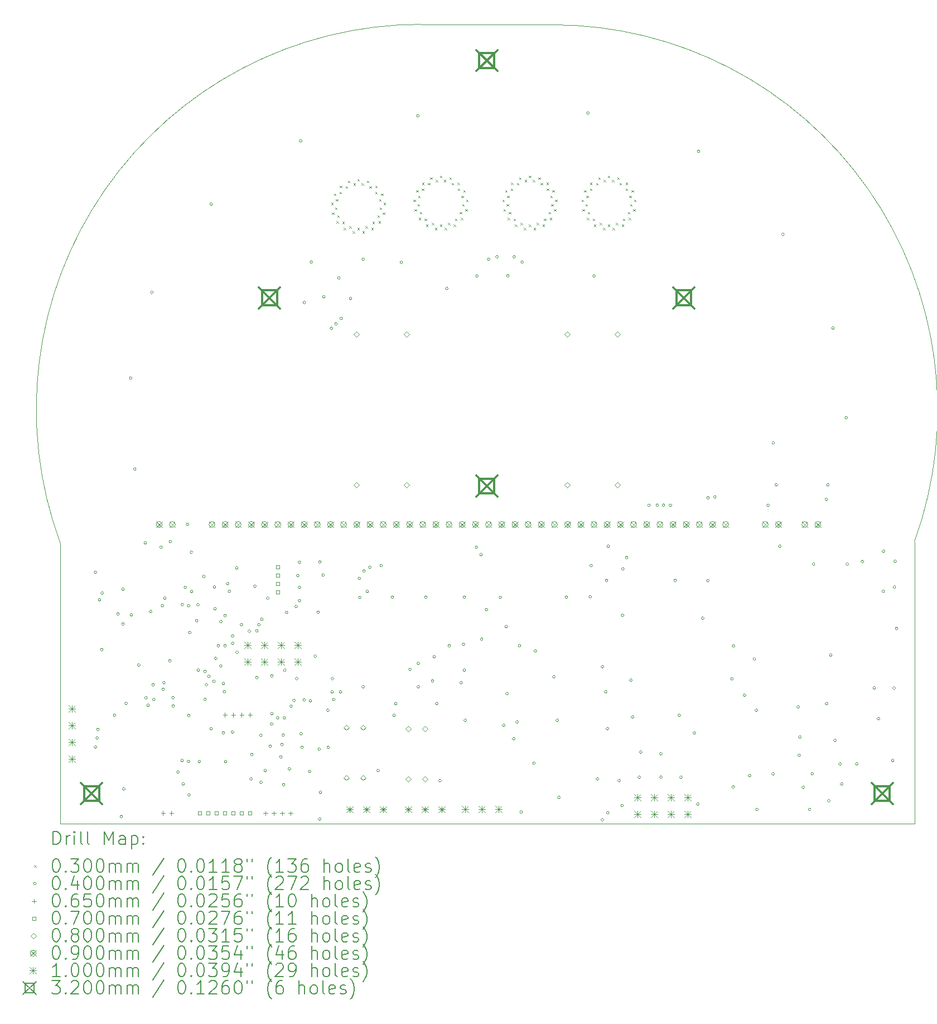
<source format=gbr>
%FSLAX45Y45*%
G04 Gerber Fmt 4.5, Leading zero omitted, Abs format (unit mm)*
G04 Created by KiCad (PCBNEW (5.99.0-3329-ga80190e20)) date 2020-09-20 12:04:47*
%MOMM*%
%LPD*%
G01*
G04 APERTURE LIST*
%TA.AperFunction,Profile*%
%ADD10C,0.050000*%
%TD*%
%ADD11C,0.200000*%
%ADD12C,0.030000*%
%ADD13C,0.040000*%
%ADD14C,0.065000*%
%ADD15C,0.070000*%
%ADD16C,0.080000*%
%ADD17C,0.090000*%
%ADD18C,0.100000*%
%ADD19C,0.320000*%
G04 APERTURE END LIST*
D10*
X27876000Y-17623000D02*
X14926000Y-17623000D01*
X14913244Y-13371270D02*
G75*
G02*
X20386000Y-5493000I5472756J2038270D01*
G01*
X14913244Y-17623000D02*
X14916000Y-17623000D01*
X20386000Y-5493000D02*
X22375978Y-5500056D01*
X27876000Y-13343000D02*
X27876000Y-17563000D01*
X22375978Y-5500056D02*
G75*
G02*
X27876000Y-13343000I10022J-5842944D01*
G01*
X14913244Y-17623000D02*
X14913244Y-17563000D01*
X27876000Y-17563000D02*
X27876000Y-17623000D01*
X14913244Y-17563000D02*
X14913244Y-13371270D01*
X14926000Y-17623000D02*
X14916000Y-17623000D01*
D11*
D12*
X22822706Y-8151093D02*
X22852706Y-8181093D01*
X22852706Y-8151093D02*
X22822706Y-8181093D01*
X22836270Y-8297465D02*
X22866270Y-8327465D01*
X22866270Y-8297465D02*
X22836270Y-8327465D01*
X22862935Y-8009705D02*
X22892935Y-8039705D01*
X22892935Y-8009705D02*
X22862935Y-8039705D01*
X22882450Y-8219371D02*
X22912450Y-8249371D01*
X22912450Y-8219371D02*
X22882450Y-8249371D01*
X22893979Y-8094955D02*
X22923979Y-8124955D01*
X22923979Y-8094955D02*
X22893979Y-8124955D01*
X22901793Y-8429054D02*
X22931793Y-8459054D01*
X22931793Y-8429054D02*
X22901793Y-8459054D01*
X22916644Y-8339551D02*
X22946644Y-8369551D01*
X22946644Y-8339551D02*
X22916644Y-8369551D01*
X22949674Y-7983104D02*
X22979674Y-8013104D01*
X22979674Y-7983104D02*
X22949674Y-8013104D01*
X22951522Y-7892396D02*
X22981522Y-7922396D01*
X22981522Y-7892396D02*
X22951522Y-7922396D01*
X22991943Y-8439263D02*
X23021943Y-8469263D01*
X23021943Y-8439263D02*
X22991943Y-8469263D01*
X23010427Y-8528087D02*
X23040427Y-8558087D01*
X23040427Y-8528087D02*
X23010427Y-8558087D01*
X23042013Y-7898926D02*
X23072013Y-7928926D01*
X23072013Y-7898926D02*
X23042013Y-7928926D01*
X23076503Y-7815011D02*
X23106503Y-7845011D01*
X23106503Y-7815011D02*
X23076503Y-7845011D01*
X23098178Y-8505041D02*
X23128178Y-8535041D01*
X23128178Y-8505041D02*
X23098178Y-8535041D01*
X23147500Y-8581189D02*
X23177500Y-8611189D01*
X23177500Y-8581189D02*
X23147500Y-8611189D01*
X23158525Y-7853789D02*
X23188525Y-7883789D01*
X23188525Y-7853789D02*
X23158525Y-7883789D01*
X23221000Y-7788000D02*
X23251000Y-7818000D01*
X23251000Y-7788000D02*
X23221000Y-7818000D01*
X23221000Y-8528000D02*
X23251000Y-8558000D01*
X23251000Y-8528000D02*
X23221000Y-8558000D01*
X23283475Y-7853789D02*
X23313475Y-7883789D01*
X23313475Y-7853789D02*
X23283475Y-7883789D01*
X23294500Y-8581189D02*
X23324500Y-8611189D01*
X23324500Y-8581189D02*
X23294500Y-8611189D01*
X23343822Y-8505041D02*
X23373822Y-8535041D01*
X23373822Y-8505041D02*
X23343822Y-8535041D01*
X23365497Y-7815011D02*
X23395497Y-7845011D01*
X23395497Y-7815011D02*
X23365497Y-7845011D01*
X23399987Y-7898926D02*
X23429987Y-7928926D01*
X23429987Y-7898926D02*
X23399987Y-7928926D01*
X23431573Y-8528087D02*
X23461573Y-8558087D01*
X23461573Y-8528087D02*
X23431573Y-8558087D01*
X23450056Y-8439263D02*
X23480056Y-8469263D01*
X23480056Y-8439263D02*
X23450056Y-8469263D01*
X23490478Y-7892396D02*
X23520478Y-7922396D01*
X23520478Y-7892396D02*
X23490478Y-7922396D01*
X23492326Y-7983104D02*
X23522326Y-8013104D01*
X23522326Y-7983104D02*
X23492326Y-8013104D01*
X23525355Y-8339551D02*
X23555355Y-8369551D01*
X23555355Y-8339551D02*
X23525355Y-8369551D01*
X23540207Y-8429054D02*
X23570207Y-8459054D01*
X23570207Y-8429054D02*
X23540207Y-8459054D01*
X23548021Y-8094955D02*
X23578021Y-8124955D01*
X23578021Y-8094955D02*
X23548021Y-8124955D01*
X23559550Y-8219371D02*
X23589550Y-8249371D01*
X23589550Y-8219371D02*
X23559550Y-8249371D01*
X23579065Y-8009705D02*
X23609065Y-8039705D01*
X23609065Y-8009705D02*
X23579065Y-8039705D01*
X23605730Y-8297465D02*
X23635730Y-8327465D01*
X23635730Y-8297465D02*
X23605730Y-8327465D01*
X23619294Y-8151093D02*
X23649294Y-8181093D01*
X23649294Y-8151093D02*
X23619294Y-8181093D01*
X21622706Y-8151093D02*
X21652706Y-8181093D01*
X21652706Y-8151093D02*
X21622706Y-8181093D01*
X21636270Y-8297465D02*
X21666270Y-8327465D01*
X21666270Y-8297465D02*
X21636270Y-8327465D01*
X21662935Y-8009705D02*
X21692935Y-8039705D01*
X21692935Y-8009705D02*
X21662935Y-8039705D01*
X21682450Y-8219371D02*
X21712450Y-8249371D01*
X21712450Y-8219371D02*
X21682450Y-8249371D01*
X21693979Y-8094955D02*
X21723979Y-8124955D01*
X21723979Y-8094955D02*
X21693979Y-8124955D01*
X21701793Y-8429054D02*
X21731793Y-8459054D01*
X21731793Y-8429054D02*
X21701793Y-8459054D01*
X21716645Y-8339551D02*
X21746645Y-8369551D01*
X21746645Y-8339551D02*
X21716645Y-8369551D01*
X21749674Y-7983104D02*
X21779674Y-8013104D01*
X21779674Y-7983104D02*
X21749674Y-8013104D01*
X21751522Y-7892396D02*
X21781522Y-7922396D01*
X21781522Y-7892396D02*
X21751522Y-7922396D01*
X21791944Y-8439263D02*
X21821944Y-8469263D01*
X21821944Y-8439263D02*
X21791944Y-8469263D01*
X21810427Y-8528087D02*
X21840427Y-8558087D01*
X21840427Y-8528087D02*
X21810427Y-8558087D01*
X21842013Y-7898926D02*
X21872013Y-7928926D01*
X21872013Y-7898926D02*
X21842013Y-7928926D01*
X21876503Y-7815011D02*
X21906503Y-7845011D01*
X21906503Y-7815011D02*
X21876503Y-7845011D01*
X21898178Y-8505041D02*
X21928178Y-8535041D01*
X21928178Y-8505041D02*
X21898178Y-8535041D01*
X21947500Y-8581189D02*
X21977500Y-8611189D01*
X21977500Y-8581189D02*
X21947500Y-8611189D01*
X21958525Y-7853789D02*
X21988525Y-7883789D01*
X21988525Y-7853789D02*
X21958525Y-7883789D01*
X22021000Y-7788000D02*
X22051000Y-7818000D01*
X22051000Y-7788000D02*
X22021000Y-7818000D01*
X22021000Y-8528000D02*
X22051000Y-8558000D01*
X22051000Y-8528000D02*
X22021000Y-8558000D01*
X22083475Y-7853789D02*
X22113475Y-7883789D01*
X22113475Y-7853789D02*
X22083475Y-7883789D01*
X22094500Y-8581189D02*
X22124500Y-8611189D01*
X22124500Y-8581189D02*
X22094500Y-8611189D01*
X22143822Y-8505041D02*
X22173822Y-8535041D01*
X22173822Y-8505041D02*
X22143822Y-8535041D01*
X22165497Y-7815011D02*
X22195497Y-7845011D01*
X22195497Y-7815011D02*
X22165497Y-7845011D01*
X22199987Y-7898926D02*
X22229987Y-7928926D01*
X22229987Y-7898926D02*
X22199987Y-7928926D01*
X22231573Y-8528087D02*
X22261573Y-8558087D01*
X22261573Y-8528087D02*
X22231573Y-8558087D01*
X22250057Y-8439263D02*
X22280057Y-8469263D01*
X22280057Y-8439263D02*
X22250057Y-8469263D01*
X22290478Y-7892396D02*
X22320478Y-7922396D01*
X22320478Y-7892396D02*
X22290478Y-7922396D01*
X22292326Y-7983104D02*
X22322326Y-8013104D01*
X22322326Y-7983104D02*
X22292326Y-8013104D01*
X22325356Y-8339551D02*
X22355356Y-8369551D01*
X22355356Y-8339551D02*
X22325356Y-8369551D01*
X22340207Y-8429054D02*
X22370207Y-8459054D01*
X22370207Y-8429054D02*
X22340207Y-8459054D01*
X22348021Y-8094955D02*
X22378021Y-8124955D01*
X22378021Y-8094955D02*
X22348021Y-8124955D01*
X22359550Y-8219371D02*
X22389550Y-8249371D01*
X22389550Y-8219371D02*
X22359550Y-8249371D01*
X22379065Y-8009705D02*
X22409065Y-8039705D01*
X22409065Y-8009705D02*
X22379065Y-8039705D01*
X22405730Y-8297465D02*
X22435730Y-8327465D01*
X22435730Y-8297465D02*
X22405730Y-8327465D01*
X22419294Y-8151093D02*
X22449294Y-8181093D01*
X22449294Y-8151093D02*
X22419294Y-8181093D01*
X20272706Y-8151093D02*
X20302706Y-8181093D01*
X20302706Y-8151093D02*
X20272706Y-8181093D01*
X20286270Y-8297465D02*
X20316270Y-8327465D01*
X20316270Y-8297465D02*
X20286270Y-8327465D01*
X20312935Y-8009705D02*
X20342935Y-8039705D01*
X20342935Y-8009705D02*
X20312935Y-8039705D01*
X20332450Y-8219371D02*
X20362450Y-8249371D01*
X20362450Y-8219371D02*
X20332450Y-8249371D01*
X20343979Y-8094955D02*
X20373979Y-8124955D01*
X20373979Y-8094955D02*
X20343979Y-8124955D01*
X20351793Y-8429054D02*
X20381793Y-8459054D01*
X20381793Y-8429054D02*
X20351793Y-8459054D01*
X20366645Y-8339551D02*
X20396645Y-8369551D01*
X20396645Y-8339551D02*
X20366645Y-8369551D01*
X20399674Y-7983104D02*
X20429674Y-8013104D01*
X20429674Y-7983104D02*
X20399674Y-8013104D01*
X20401522Y-7892396D02*
X20431522Y-7922396D01*
X20431522Y-7892396D02*
X20401522Y-7922396D01*
X20441944Y-8439263D02*
X20471944Y-8469263D01*
X20471944Y-8439263D02*
X20441944Y-8469263D01*
X20460427Y-8528087D02*
X20490427Y-8558087D01*
X20490427Y-8528087D02*
X20460427Y-8558087D01*
X20492013Y-7898926D02*
X20522013Y-7928926D01*
X20522013Y-7898926D02*
X20492013Y-7928926D01*
X20526503Y-7815011D02*
X20556503Y-7845011D01*
X20556503Y-7815011D02*
X20526503Y-7845011D01*
X20548178Y-8505041D02*
X20578178Y-8535041D01*
X20578178Y-8505041D02*
X20548178Y-8535041D01*
X20597500Y-8581189D02*
X20627500Y-8611189D01*
X20627500Y-8581189D02*
X20597500Y-8611189D01*
X20608525Y-7853789D02*
X20638525Y-7883789D01*
X20638525Y-7853789D02*
X20608525Y-7883789D01*
X20671000Y-7788000D02*
X20701000Y-7818000D01*
X20701000Y-7788000D02*
X20671000Y-7818000D01*
X20671000Y-8528000D02*
X20701000Y-8558000D01*
X20701000Y-8528000D02*
X20671000Y-8558000D01*
X20733475Y-7853789D02*
X20763475Y-7883789D01*
X20763475Y-7853789D02*
X20733475Y-7883789D01*
X20744500Y-8581189D02*
X20774500Y-8611189D01*
X20774500Y-8581189D02*
X20744500Y-8611189D01*
X20793822Y-8505041D02*
X20823822Y-8535041D01*
X20823822Y-8505041D02*
X20793822Y-8535041D01*
X20815497Y-7815011D02*
X20845497Y-7845011D01*
X20845497Y-7815011D02*
X20815497Y-7845011D01*
X20849987Y-7898926D02*
X20879987Y-7928926D01*
X20879987Y-7898926D02*
X20849987Y-7928926D01*
X20881573Y-8528087D02*
X20911573Y-8558087D01*
X20911573Y-8528087D02*
X20881573Y-8558087D01*
X20900057Y-8439263D02*
X20930057Y-8469263D01*
X20930057Y-8439263D02*
X20900057Y-8469263D01*
X20940478Y-7892396D02*
X20970478Y-7922396D01*
X20970478Y-7892396D02*
X20940478Y-7922396D01*
X20942326Y-7983104D02*
X20972326Y-8013104D01*
X20972326Y-7983104D02*
X20942326Y-8013104D01*
X20975356Y-8339551D02*
X21005356Y-8369551D01*
X21005356Y-8339551D02*
X20975356Y-8369551D01*
X20990207Y-8429054D02*
X21020207Y-8459054D01*
X21020207Y-8429054D02*
X20990207Y-8459054D01*
X20998021Y-8094955D02*
X21028021Y-8124955D01*
X21028021Y-8094955D02*
X20998021Y-8124955D01*
X21009550Y-8219371D02*
X21039550Y-8249371D01*
X21039550Y-8219371D02*
X21009550Y-8249371D01*
X21029065Y-8009705D02*
X21059065Y-8039705D01*
X21059065Y-8009705D02*
X21029065Y-8039705D01*
X21055730Y-8297465D02*
X21085730Y-8327465D01*
X21085730Y-8297465D02*
X21055730Y-8327465D01*
X21069294Y-8151093D02*
X21099294Y-8181093D01*
X21099294Y-8151093D02*
X21069294Y-8181093D01*
X19022706Y-8201093D02*
X19052706Y-8231093D01*
X19052706Y-8201093D02*
X19022706Y-8231093D01*
X19036270Y-8347465D02*
X19066270Y-8377465D01*
X19066270Y-8347465D02*
X19036270Y-8377465D01*
X19062935Y-8059705D02*
X19092935Y-8089705D01*
X19092935Y-8059705D02*
X19062935Y-8089705D01*
X19082450Y-8269371D02*
X19112450Y-8299371D01*
X19112450Y-8269371D02*
X19082450Y-8299371D01*
X19093979Y-8144955D02*
X19123979Y-8174955D01*
X19123979Y-8144955D02*
X19093979Y-8174955D01*
X19101793Y-8479054D02*
X19131793Y-8509054D01*
X19131793Y-8479054D02*
X19101793Y-8509054D01*
X19116645Y-8389551D02*
X19146645Y-8419551D01*
X19146645Y-8389551D02*
X19116645Y-8419551D01*
X19149674Y-8033104D02*
X19179674Y-8063104D01*
X19179674Y-8033104D02*
X19149674Y-8063104D01*
X19151522Y-7942396D02*
X19181522Y-7972396D01*
X19181522Y-7942396D02*
X19151522Y-7972396D01*
X19191944Y-8489263D02*
X19221944Y-8519263D01*
X19221944Y-8489263D02*
X19191944Y-8519263D01*
X19210427Y-8578087D02*
X19240427Y-8608087D01*
X19240427Y-8578087D02*
X19210427Y-8608087D01*
X19242013Y-7948926D02*
X19272013Y-7978926D01*
X19272013Y-7948926D02*
X19242013Y-7978926D01*
X19276503Y-7865011D02*
X19306503Y-7895011D01*
X19306503Y-7865011D02*
X19276503Y-7895011D01*
X19298178Y-8555041D02*
X19328178Y-8585041D01*
X19328178Y-8555041D02*
X19298178Y-8585041D01*
X19347500Y-8631189D02*
X19377500Y-8661189D01*
X19377500Y-8631189D02*
X19347500Y-8661189D01*
X19358525Y-7903789D02*
X19388525Y-7933789D01*
X19388525Y-7903789D02*
X19358525Y-7933789D01*
X19421000Y-7838000D02*
X19451000Y-7868000D01*
X19451000Y-7838000D02*
X19421000Y-7868000D01*
X19421000Y-8578000D02*
X19451000Y-8608000D01*
X19451000Y-8578000D02*
X19421000Y-8608000D01*
X19483475Y-7903789D02*
X19513475Y-7933789D01*
X19513475Y-7903789D02*
X19483475Y-7933789D01*
X19494500Y-8631189D02*
X19524500Y-8661189D01*
X19524500Y-8631189D02*
X19494500Y-8661189D01*
X19543822Y-8555041D02*
X19573822Y-8585041D01*
X19573822Y-8555041D02*
X19543822Y-8585041D01*
X19565497Y-7865011D02*
X19595497Y-7895011D01*
X19595497Y-7865011D02*
X19565497Y-7895011D01*
X19599987Y-7948926D02*
X19629987Y-7978926D01*
X19629987Y-7948926D02*
X19599987Y-7978926D01*
X19631573Y-8578087D02*
X19661573Y-8608087D01*
X19661573Y-8578087D02*
X19631573Y-8608087D01*
X19650057Y-8489263D02*
X19680057Y-8519263D01*
X19680057Y-8489263D02*
X19650057Y-8519263D01*
X19690478Y-7942396D02*
X19720478Y-7972396D01*
X19720478Y-7942396D02*
X19690478Y-7972396D01*
X19692326Y-8033104D02*
X19722326Y-8063104D01*
X19722326Y-8033104D02*
X19692326Y-8063104D01*
X19725356Y-8389551D02*
X19755356Y-8419551D01*
X19755356Y-8389551D02*
X19725356Y-8419551D01*
X19740207Y-8479054D02*
X19770207Y-8509054D01*
X19770207Y-8479054D02*
X19740207Y-8509054D01*
X19748021Y-8144955D02*
X19778021Y-8174955D01*
X19778021Y-8144955D02*
X19748021Y-8174955D01*
X19759550Y-8269371D02*
X19789550Y-8299371D01*
X19789550Y-8269371D02*
X19759550Y-8299371D01*
X19779065Y-8059705D02*
X19809065Y-8089705D01*
X19809065Y-8059705D02*
X19779065Y-8089705D01*
X19805730Y-8347465D02*
X19835730Y-8377465D01*
X19835730Y-8347465D02*
X19805730Y-8377465D01*
X19819294Y-8201093D02*
X19849294Y-8231093D01*
X19849294Y-8201093D02*
X19819294Y-8231093D01*
D13*
X15463200Y-13804900D02*
G75*
G03*
X15463200Y-13804900I-20000J0D01*
G01*
X15463701Y-16459200D02*
G75*
G03*
X15463701Y-16459200I-20000J0D01*
G01*
X15488600Y-16319500D02*
G75*
G03*
X15488600Y-16319500I-20000J0D01*
G01*
X15501300Y-16192500D02*
G75*
G03*
X15501300Y-16192500I-20000J0D01*
G01*
X15526700Y-14224000D02*
G75*
G03*
X15526700Y-14224000I-20000J0D01*
G01*
X15560000Y-14981200D02*
G75*
G03*
X15560000Y-14981200I-20000J0D01*
G01*
X15564800Y-14122400D02*
G75*
G03*
X15564800Y-14122400I-20000J0D01*
G01*
X15753500Y-15973500D02*
G75*
G03*
X15753500Y-15973500I-20000J0D01*
G01*
X15806100Y-14439900D02*
G75*
G03*
X15806100Y-14439900I-20000J0D01*
G01*
X15856100Y-17513300D02*
G75*
G03*
X15856100Y-17513300I-20000J0D01*
G01*
X15882300Y-14063050D02*
G75*
G03*
X15882300Y-14063050I-20000J0D01*
G01*
X15882300Y-14592300D02*
G75*
G03*
X15882300Y-14592300I-20000J0D01*
G01*
X15894200Y-17094200D02*
G75*
G03*
X15894200Y-17094200I-20000J0D01*
G01*
X15928500Y-15795000D02*
G75*
G03*
X15928500Y-15795000I-20000J0D01*
G01*
X16000000Y-10860000D02*
G75*
G03*
X16000000Y-10860000I-20000J0D01*
G01*
X16008500Y-14452600D02*
G75*
G03*
X16008500Y-14452600I-20000J0D01*
G01*
X16060000Y-12240000D02*
G75*
G03*
X16060000Y-12240000I-20000J0D01*
G01*
X16122800Y-15214600D02*
G75*
G03*
X16122800Y-15214600I-20000J0D01*
G01*
X16220000Y-13360000D02*
G75*
G03*
X16220000Y-13360000I-20000J0D01*
G01*
X16230993Y-15712246D02*
G75*
G03*
X16230993Y-15712246I-20000J0D01*
G01*
X16261545Y-15824056D02*
G75*
G03*
X16261545Y-15824056I-20000J0D01*
G01*
X16301400Y-14401800D02*
G75*
G03*
X16301400Y-14401800I-20000J0D01*
G01*
X16320000Y-9560000D02*
G75*
G03*
X16320000Y-9560000I-20000J0D01*
G01*
X16338700Y-15514950D02*
G75*
G03*
X16338700Y-15514950I-20000J0D01*
G01*
X16350000Y-15735600D02*
G75*
G03*
X16350000Y-15735600I-20000J0D01*
G01*
X16460000Y-13424001D02*
G75*
G03*
X16460000Y-13424001I-20000J0D01*
G01*
X16479200Y-14312900D02*
G75*
G03*
X16479200Y-14312900I-20000J0D01*
G01*
X16491900Y-15580600D02*
G75*
G03*
X16491900Y-15580600I-20000J0D01*
G01*
X16503800Y-15481300D02*
G75*
G03*
X16503800Y-15481300I-20000J0D01*
G01*
X16517300Y-14198600D02*
G75*
G03*
X16517300Y-14198600I-20000J0D01*
G01*
X16593500Y-15151100D02*
G75*
G03*
X16593500Y-15151100I-20000J0D01*
G01*
X16600000Y-13340000D02*
G75*
G03*
X16600000Y-13340000I-20000J0D01*
G01*
X16640401Y-15708602D02*
G75*
G03*
X16640401Y-15708602I-20000J0D01*
G01*
X16643500Y-15836900D02*
G75*
G03*
X16643500Y-15836900I-20000J0D01*
G01*
X16716000Y-16836500D02*
G75*
G03*
X16716000Y-16836500I-20000J0D01*
G01*
X16780000Y-16662901D02*
G75*
G03*
X16780000Y-16662901I-20000J0D01*
G01*
X16784000Y-14297117D02*
G75*
G03*
X16784000Y-14297117I-20000J0D01*
G01*
X16795900Y-17018000D02*
G75*
G03*
X16795900Y-17018000I-20000J0D01*
G01*
X16826500Y-14033500D02*
G75*
G03*
X16826500Y-14033500I-20000J0D01*
G01*
X16860000Y-13080000D02*
G75*
G03*
X16860000Y-13080000I-20000J0D01*
G01*
X16876327Y-16675601D02*
G75*
G03*
X16876327Y-16675601I-20000J0D01*
G01*
X16878523Y-14313898D02*
G75*
G03*
X16878523Y-14313898I-20000J0D01*
G01*
X16880000Y-15980000D02*
G75*
G03*
X16880000Y-15980000I-20000J0D01*
G01*
X16884800Y-17183100D02*
G75*
G03*
X16884800Y-17183100I-20000J0D01*
G01*
X16895000Y-14722600D02*
G75*
G03*
X16895000Y-14722600I-20000J0D01*
G01*
X16920000Y-13500000D02*
G75*
G03*
X16920000Y-13500000I-20000J0D01*
G01*
X16922900Y-14097100D02*
G75*
G03*
X16922900Y-14097100I-20000J0D01*
G01*
X16999900Y-14542001D02*
G75*
G03*
X16999900Y-14542001I-20000J0D01*
G01*
X17020000Y-14300000D02*
G75*
G03*
X17020000Y-14300000I-20000J0D01*
G01*
X17025300Y-15290800D02*
G75*
G03*
X17025300Y-15290800I-20000J0D01*
G01*
X17040000Y-16680000D02*
G75*
G03*
X17040000Y-16680000I-20000J0D01*
G01*
X17110000Y-13870000D02*
G75*
G03*
X17110000Y-13870000I-20000J0D01*
G01*
X17125344Y-15309781D02*
G75*
G03*
X17125344Y-15309781I-20000J0D01*
G01*
X17128302Y-15734002D02*
G75*
G03*
X17128302Y-15734002I-20000J0D01*
G01*
X17148725Y-15513442D02*
G75*
G03*
X17148725Y-15513442I-20000J0D01*
G01*
X17184208Y-15385618D02*
G75*
G03*
X17184208Y-15385618I-20000J0D01*
G01*
X17220000Y-8220000D02*
G75*
G03*
X17220000Y-8220000I-20000J0D01*
G01*
X17220000Y-16180000D02*
G75*
G03*
X17220000Y-16180000I-20000J0D01*
G01*
X17263758Y-15461636D02*
G75*
G03*
X17263758Y-15461636I-20000J0D01*
G01*
X17270000Y-14030000D02*
G75*
G03*
X17270000Y-14030000I-20000J0D01*
G01*
X17280000Y-14360000D02*
G75*
G03*
X17280000Y-14360000I-20000J0D01*
G01*
X17291200Y-15113000D02*
G75*
G03*
X17291200Y-15113000I-20000J0D01*
G01*
X17330100Y-14922500D02*
G75*
G03*
X17330100Y-14922500I-20000J0D01*
G01*
X17367400Y-15227300D02*
G75*
G03*
X17367400Y-15227300I-20000J0D01*
G01*
X17368200Y-14554200D02*
G75*
G03*
X17368200Y-14554200I-20000J0D01*
G01*
X17405500Y-15494000D02*
G75*
G03*
X17405500Y-15494000I-20000J0D01*
G01*
X17405500Y-16243300D02*
G75*
G03*
X17405500Y-16243300I-20000J0D01*
G01*
X17420000Y-15620000D02*
G75*
G03*
X17420000Y-15620000I-20000J0D01*
G01*
X17431700Y-14465300D02*
G75*
G03*
X17431700Y-14465300I-20000J0D01*
G01*
X17431700Y-14922500D02*
G75*
G03*
X17431700Y-14922500I-20000J0D01*
G01*
X17440000Y-16680000D02*
G75*
G03*
X17440000Y-16680000I-20000J0D01*
G01*
X17469490Y-13978457D02*
G75*
G03*
X17469490Y-13978457I-20000J0D01*
G01*
X17495110Y-14094589D02*
G75*
G03*
X17495110Y-14094589I-20000J0D01*
G01*
X17545200Y-16230600D02*
G75*
G03*
X17545200Y-16230600I-20000J0D01*
G01*
X17545459Y-14773148D02*
G75*
G03*
X17545459Y-14773148I-20000J0D01*
G01*
X17546000Y-14884400D02*
G75*
G03*
X17546000Y-14884400I-20000J0D01*
G01*
X17609500Y-13741400D02*
G75*
G03*
X17609500Y-13741400I-20000J0D01*
G01*
X17613115Y-15022546D02*
G75*
G03*
X17613115Y-15022546I-20000J0D01*
G01*
X17680000Y-14600000D02*
G75*
G03*
X17680000Y-14600000I-20000J0D01*
G01*
X17800000Y-14700000D02*
G75*
G03*
X17800000Y-14700000I-20000J0D01*
G01*
X17825400Y-16941800D02*
G75*
G03*
X17825400Y-16941800I-20000J0D01*
G01*
X17837300Y-16573500D02*
G75*
G03*
X17837300Y-16573500I-20000J0D01*
G01*
X17884050Y-14015950D02*
G75*
G03*
X17884050Y-14015950I-20000J0D01*
G01*
X17913500Y-15405100D02*
G75*
G03*
X17913500Y-15405100I-20000J0D01*
G01*
X17914149Y-14694355D02*
G75*
G03*
X17914149Y-14694355I-20000J0D01*
G01*
X17944395Y-14603243D02*
G75*
G03*
X17944395Y-14603243I-20000J0D01*
G01*
X17976382Y-16279215D02*
G75*
G03*
X17976382Y-16279215I-20000J0D01*
G01*
X17977000Y-16992600D02*
G75*
G03*
X17977000Y-16992600I-20000J0D01*
G01*
X17989694Y-14518601D02*
G75*
G03*
X17989694Y-14518601I-20000J0D01*
G01*
X18040500Y-16815301D02*
G75*
G03*
X18040500Y-16815301I-20000J0D01*
G01*
X18080000Y-14200000D02*
G75*
G03*
X18080000Y-14200000I-20000J0D01*
G01*
X18116700Y-16446500D02*
G75*
G03*
X18116700Y-16446500I-20000J0D01*
G01*
X18140263Y-16110700D02*
G75*
G03*
X18140263Y-16110700I-20000J0D01*
G01*
X18142100Y-15379700D02*
G75*
G03*
X18142100Y-15379700I-20000J0D01*
G01*
X18142401Y-15950699D02*
G75*
G03*
X18142401Y-15950699I-20000J0D01*
G01*
X18231000Y-16014700D02*
G75*
G03*
X18231000Y-16014700I-20000J0D01*
G01*
X18278150Y-16607950D02*
G75*
G03*
X18278150Y-16607950I-20000J0D01*
G01*
X18294500Y-16421100D02*
G75*
G03*
X18294500Y-16421100I-20000J0D01*
G01*
X18314300Y-16275800D02*
G75*
G03*
X18314300Y-16275800I-20000J0D01*
G01*
X18319900Y-17030700D02*
G75*
G03*
X18319900Y-17030700I-20000J0D01*
G01*
X18332600Y-16014700D02*
G75*
G03*
X18332600Y-16014700I-20000J0D01*
G01*
X18339066Y-15292648D02*
G75*
G03*
X18339066Y-15292648I-20000J0D01*
G01*
X18365500Y-14414500D02*
G75*
G03*
X18365500Y-14414500I-20000J0D01*
G01*
X18408800Y-16789400D02*
G75*
G03*
X18408800Y-16789400I-20000J0D01*
G01*
X18434200Y-15836900D02*
G75*
G03*
X18434200Y-15836900I-20000J0D01*
G01*
X18477133Y-15751035D02*
G75*
G03*
X18477133Y-15751035I-20000J0D01*
G01*
X18510400Y-14325600D02*
G75*
G03*
X18510400Y-14325600I-20000J0D01*
G01*
X18520000Y-15420000D02*
G75*
G03*
X18520000Y-15420000I-20000J0D01*
G01*
X18535800Y-13855700D02*
G75*
G03*
X18535800Y-13855700I-20000J0D01*
G01*
X18561200Y-13652500D02*
G75*
G03*
X18561200Y-13652500I-20000J0D01*
G01*
X18561200Y-14033500D02*
G75*
G03*
X18561200Y-14033500I-20000J0D01*
G01*
X18561200Y-14236700D02*
G75*
G03*
X18561200Y-14236700I-20000J0D01*
G01*
X18580000Y-7260000D02*
G75*
G03*
X18580000Y-7260000I-20000J0D01*
G01*
X18586600Y-16256000D02*
G75*
G03*
X18586600Y-16256000I-20000J0D01*
G01*
X18600500Y-16462950D02*
G75*
G03*
X18600500Y-16462950I-20000J0D01*
G01*
X18631434Y-15742949D02*
G75*
G03*
X18631434Y-15742949I-20000J0D01*
G01*
X18634860Y-9712960D02*
G75*
G03*
X18634860Y-9712960I-20000J0D01*
G01*
X18714400Y-16827500D02*
G75*
G03*
X18714400Y-16827500I-20000J0D01*
G01*
X18726499Y-15756325D02*
G75*
G03*
X18726499Y-15756325I-20000J0D01*
G01*
X18740000Y-9100000D02*
G75*
G03*
X18740000Y-9100000I-20000J0D01*
G01*
X18800000Y-15080000D02*
G75*
G03*
X18800000Y-15080000I-20000J0D01*
G01*
X18845500Y-14414500D02*
G75*
G03*
X18845500Y-14414500I-20000J0D01*
G01*
X18860500Y-16491800D02*
G75*
G03*
X18860500Y-16491800I-20000J0D01*
G01*
X18866800Y-17551400D02*
G75*
G03*
X18866800Y-17551400I-20000J0D01*
G01*
X18870000Y-13650000D02*
G75*
G03*
X18870000Y-13650000I-20000J0D01*
G01*
X18879500Y-17145000D02*
G75*
G03*
X18879500Y-17145000I-20000J0D01*
G01*
X18920000Y-13850000D02*
G75*
G03*
X18920000Y-13850000I-20000J0D01*
G01*
X18930300Y-9626600D02*
G75*
G03*
X18930300Y-9626600I-20000J0D01*
G01*
X18993000Y-15900400D02*
G75*
G03*
X18993000Y-15900400I-20000J0D01*
G01*
X18995550Y-16461750D02*
G75*
G03*
X18995550Y-16461750I-20000J0D01*
G01*
X19046097Y-10104415D02*
G75*
G03*
X19046097Y-10104415I-20000J0D01*
G01*
X19056500Y-15621501D02*
G75*
G03*
X19056500Y-15621501I-20000J0D01*
G01*
X19060000Y-15420000D02*
G75*
G03*
X19060000Y-15420000I-20000J0D01*
G01*
X19080844Y-15736356D02*
G75*
G03*
X19080844Y-15736356I-20000J0D01*
G01*
X19113980Y-10036532D02*
G75*
G03*
X19113980Y-10036532I-20000J0D01*
G01*
X19160000Y-9340000D02*
G75*
G03*
X19160000Y-9340000I-20000J0D01*
G01*
X19184300Y-15621000D02*
G75*
G03*
X19184300Y-15621000I-20000J0D01*
G01*
X19195356Y-9955156D02*
G75*
G03*
X19195356Y-9955156I-20000J0D01*
G01*
X19336700Y-9652000D02*
G75*
G03*
X19336700Y-9652000I-20000J0D01*
G01*
X19470000Y-13900000D02*
G75*
G03*
X19470000Y-13900000I-20000J0D01*
G01*
X19476400Y-14185900D02*
G75*
G03*
X19476400Y-14185900I-20000J0D01*
G01*
X19527200Y-9055100D02*
G75*
G03*
X19527200Y-9055100I-20000J0D01*
G01*
X19527200Y-15544800D02*
G75*
G03*
X19527200Y-15544800I-20000J0D01*
G01*
X19539900Y-13785850D02*
G75*
G03*
X19539900Y-13785850I-20000J0D01*
G01*
X19590700Y-14097000D02*
G75*
G03*
X19590700Y-14097000I-20000J0D01*
G01*
X19628800Y-13728700D02*
G75*
G03*
X19628800Y-13728700I-20000J0D01*
G01*
X19755000Y-16814800D02*
G75*
G03*
X19755000Y-16814800I-20000J0D01*
G01*
X19800250Y-13703300D02*
G75*
G03*
X19800250Y-13703300I-20000J0D01*
G01*
X19971700Y-14185900D02*
G75*
G03*
X19971700Y-14185900I-20000J0D01*
G01*
X19996300Y-15976600D02*
G75*
G03*
X19996300Y-15976600I-20000J0D01*
G01*
X20021700Y-15799201D02*
G75*
G03*
X20021700Y-15799201I-20000J0D01*
G01*
X20108500Y-9103000D02*
G75*
G03*
X20108500Y-9103000I-20000J0D01*
G01*
X20238400Y-15278100D02*
G75*
G03*
X20238400Y-15278100I-20000J0D01*
G01*
X20360000Y-6880000D02*
G75*
G03*
X20360000Y-6880000I-20000J0D01*
G01*
X20364600Y-15189200D02*
G75*
G03*
X20364600Y-15189200I-20000J0D01*
G01*
X20365400Y-15544800D02*
G75*
G03*
X20365400Y-15544800I-20000J0D01*
G01*
X20479700Y-14185900D02*
G75*
G03*
X20479700Y-14185900I-20000J0D01*
G01*
X20580500Y-15455900D02*
G75*
G03*
X20580500Y-15455900I-20000J0D01*
G01*
X20605900Y-15087600D02*
G75*
G03*
X20605900Y-15087600I-20000J0D01*
G01*
X20644800Y-15798800D02*
G75*
G03*
X20644800Y-15798800I-20000J0D01*
G01*
X20694800Y-16967200D02*
G75*
G03*
X20694800Y-16967200I-20000J0D01*
G01*
X20797200Y-9499600D02*
G75*
G03*
X20797200Y-9499600I-20000J0D01*
G01*
X20834500Y-14922500D02*
G75*
G03*
X20834500Y-14922500I-20000J0D01*
G01*
X21013814Y-15483541D02*
G75*
G03*
X21013814Y-15483541I-20000J0D01*
G01*
X21050200Y-14899650D02*
G75*
G03*
X21050200Y-14899650I-20000J0D01*
G01*
X21063100Y-15290800D02*
G75*
G03*
X21063100Y-15290800I-20000J0D01*
G01*
X21063900Y-14185900D02*
G75*
G03*
X21063900Y-14185900I-20000J0D01*
G01*
X21076600Y-16052800D02*
G75*
G03*
X21076600Y-16052800I-20000J0D01*
G01*
X21245819Y-13426571D02*
G75*
G03*
X21245819Y-13426571I-20000J0D01*
G01*
X21254400Y-9309100D02*
G75*
G03*
X21254400Y-9309100I-20000J0D01*
G01*
X21317900Y-13538200D02*
G75*
G03*
X21317900Y-13538200I-20000J0D01*
G01*
X21328050Y-14819150D02*
G75*
G03*
X21328050Y-14819150I-20000J0D01*
G01*
X21400000Y-14375000D02*
G75*
G03*
X21400000Y-14375000I-20000J0D01*
G01*
X21432200Y-9055100D02*
G75*
G03*
X21432200Y-9055100I-20000J0D01*
G01*
X21559200Y-9020000D02*
G75*
G03*
X21559200Y-9020000I-20000J0D01*
G01*
X21610000Y-14185900D02*
G75*
G03*
X21610000Y-14185900I-20000J0D01*
G01*
X21660800Y-16129000D02*
G75*
G03*
X21660800Y-16129000I-20000J0D01*
G01*
X21698100Y-14630400D02*
G75*
G03*
X21698100Y-14630400I-20000J0D01*
G01*
X21711600Y-15646400D02*
G75*
G03*
X21711600Y-15646400I-20000J0D01*
G01*
X21724300Y-9309100D02*
G75*
G03*
X21724300Y-9309100I-20000J0D01*
G01*
X21813200Y-16332200D02*
G75*
G03*
X21813200Y-16332200I-20000J0D01*
G01*
X21820000Y-9020000D02*
G75*
G03*
X21820000Y-9020000I-20000J0D01*
G01*
X21864000Y-16078200D02*
G75*
G03*
X21864000Y-16078200I-20000J0D01*
G01*
X21900000Y-14920000D02*
G75*
G03*
X21900000Y-14920000I-20000J0D01*
G01*
X21926000Y-17443000D02*
G75*
G03*
X21926000Y-17443000I-20000J0D01*
G01*
X21940000Y-9100000D02*
G75*
G03*
X21940000Y-9100000I-20000J0D01*
G01*
X22121000Y-16703000D02*
G75*
G03*
X22121000Y-16703000I-20000J0D01*
G01*
X22140000Y-15000000D02*
G75*
G03*
X22140000Y-15000000I-20000J0D01*
G01*
X22422800Y-15392400D02*
G75*
G03*
X22422800Y-15392400I-20000J0D01*
G01*
X22473600Y-16052800D02*
G75*
G03*
X22473600Y-16052800I-20000J0D01*
G01*
X22499000Y-17221200D02*
G75*
G03*
X22499000Y-17221200I-20000J0D01*
G01*
X22613300Y-14185900D02*
G75*
G03*
X22613300Y-14185900I-20000J0D01*
G01*
X22940000Y-6840000D02*
G75*
G03*
X22940000Y-6840000I-20000J0D01*
G01*
X22975250Y-14179550D02*
G75*
G03*
X22975250Y-14179550I-20000J0D01*
G01*
X22987950Y-13703300D02*
G75*
G03*
X22987950Y-13703300I-20000J0D01*
G01*
X23032400Y-9309100D02*
G75*
G03*
X23032400Y-9309100I-20000J0D01*
G01*
X23083200Y-16941800D02*
G75*
G03*
X23083200Y-16941800I-20000J0D01*
G01*
X23158575Y-17561303D02*
G75*
G03*
X23158575Y-17561303I-20000J0D01*
G01*
X23159400Y-15240000D02*
G75*
G03*
X23159400Y-15240000I-20000J0D01*
G01*
X23210200Y-15621000D02*
G75*
G03*
X23210200Y-15621000I-20000J0D01*
G01*
X23222900Y-13931900D02*
G75*
G03*
X23222900Y-13931900I-20000J0D01*
G01*
X23235600Y-16179800D02*
G75*
G03*
X23235600Y-16179800I-20000J0D01*
G01*
X23242096Y-17453804D02*
G75*
G03*
X23242096Y-17453804I-20000J0D01*
G01*
X23248300Y-13411200D02*
G75*
G03*
X23248300Y-13411200I-20000J0D01*
G01*
X23413400Y-16967200D02*
G75*
G03*
X23413400Y-16967200I-20000J0D01*
G01*
X23458151Y-17344643D02*
G75*
G03*
X23458151Y-17344643I-20000J0D01*
G01*
X23465000Y-14460000D02*
G75*
G03*
X23465000Y-14460000I-20000J0D01*
G01*
X23470550Y-13754100D02*
G75*
G03*
X23470550Y-13754100I-20000J0D01*
G01*
X23527700Y-13582650D02*
G75*
G03*
X23527700Y-13582650I-20000J0D01*
G01*
X23591200Y-15443200D02*
G75*
G03*
X23591200Y-15443200I-20000J0D01*
G01*
X23616600Y-16002000D02*
G75*
G03*
X23616600Y-16002000I-20000J0D01*
G01*
X23718200Y-16916400D02*
G75*
G03*
X23718200Y-16916400I-20000J0D01*
G01*
X23742800Y-16535400D02*
G75*
G03*
X23742800Y-16535400I-20000J0D01*
G01*
X23868256Y-12788399D02*
G75*
G03*
X23868256Y-12788399I-20000J0D01*
G01*
X23991694Y-12788399D02*
G75*
G03*
X23991694Y-12788399I-20000J0D01*
G01*
X24047600Y-16560800D02*
G75*
G03*
X24047600Y-16560800I-20000J0D01*
G01*
X24048750Y-16916050D02*
G75*
G03*
X24048750Y-16916050I-20000J0D01*
G01*
X24087806Y-12788399D02*
G75*
G03*
X24087806Y-12788399I-20000J0D01*
G01*
X24191783Y-12788399D02*
G75*
G03*
X24191783Y-12788399I-20000J0D01*
G01*
X24264300Y-13931900D02*
G75*
G03*
X24264300Y-13931900I-20000J0D01*
G01*
X24327000Y-15976600D02*
G75*
G03*
X24327000Y-15976600I-20000J0D01*
G01*
X24353200Y-16916400D02*
G75*
G03*
X24353200Y-16916400I-20000J0D01*
G01*
X24555600Y-16243300D02*
G75*
G03*
X24555600Y-16243300I-20000J0D01*
G01*
X24607200Y-17322800D02*
G75*
G03*
X24607200Y-17322800I-20000J0D01*
G01*
X24620000Y-7420000D02*
G75*
G03*
X24620000Y-7420000I-20000J0D01*
G01*
X24682600Y-14503400D02*
G75*
G03*
X24682600Y-14503400I-20000J0D01*
G01*
X24759600Y-13931900D02*
G75*
G03*
X24759600Y-13931900I-20000J0D01*
G01*
X24763870Y-12678870D02*
G75*
G03*
X24763870Y-12678870I-20000J0D01*
G01*
X24866000Y-12663000D02*
G75*
G03*
X24866000Y-12663000I-20000J0D01*
G01*
X25126000Y-15423000D02*
G75*
G03*
X25126000Y-15423000I-20000J0D01*
G01*
X25146770Y-17063771D02*
G75*
G03*
X25146770Y-17063771I-20000J0D01*
G01*
X25149400Y-14926400D02*
G75*
G03*
X25149400Y-14926400I-20000J0D01*
G01*
X25317600Y-15671800D02*
G75*
G03*
X25317600Y-15671800I-20000J0D01*
G01*
X25394600Y-16891000D02*
G75*
G03*
X25394600Y-16891000I-20000J0D01*
G01*
X25466000Y-15123000D02*
G75*
G03*
X25466000Y-15123000I-20000J0D01*
G01*
X25496200Y-15900400D02*
G75*
G03*
X25496200Y-15900400I-20000J0D01*
G01*
X25506000Y-17403000D02*
G75*
G03*
X25506000Y-17403000I-20000J0D01*
G01*
X25674000Y-12788900D02*
G75*
G03*
X25674000Y-12788900I-20000J0D01*
G01*
X25750200Y-16865600D02*
G75*
G03*
X25750200Y-16865600I-20000J0D01*
G01*
X25751940Y-11844020D02*
G75*
G03*
X25751940Y-11844020I-20000J0D01*
G01*
X25800000Y-12480000D02*
G75*
G03*
X25800000Y-12480000I-20000J0D01*
G01*
X25851800Y-13411200D02*
G75*
G03*
X25851800Y-13411200I-20000J0D01*
G01*
X25900000Y-8680000D02*
G75*
G03*
X25900000Y-8680000I-20000J0D01*
G01*
X26131200Y-15849600D02*
G75*
G03*
X26131200Y-15849600I-20000J0D01*
G01*
X26146000Y-16583000D02*
G75*
G03*
X26146000Y-16583000I-20000J0D01*
G01*
X26156600Y-16306800D02*
G75*
G03*
X26156600Y-16306800I-20000J0D01*
G01*
X26207400Y-17068800D02*
G75*
G03*
X26207400Y-17068800I-20000J0D01*
G01*
X26306000Y-17403000D02*
G75*
G03*
X26306000Y-17403000I-20000J0D01*
G01*
X26346000Y-16863000D02*
G75*
G03*
X26346000Y-16863000I-20000J0D01*
G01*
X26366000Y-13683000D02*
G75*
G03*
X26366000Y-13683000I-20000J0D01*
G01*
X26560000Y-12700000D02*
G75*
G03*
X26560000Y-12700000I-20000J0D01*
G01*
X26563000Y-15798800D02*
G75*
G03*
X26563000Y-15798800I-20000J0D01*
G01*
X26580000Y-12480000D02*
G75*
G03*
X26580000Y-12480000I-20000J0D01*
G01*
X26596000Y-17273000D02*
G75*
G03*
X26596000Y-17273000I-20000J0D01*
G01*
X26626000Y-15063000D02*
G75*
G03*
X26626000Y-15063000I-20000J0D01*
G01*
X26660000Y-10100000D02*
G75*
G03*
X26660000Y-10100000I-20000J0D01*
G01*
X26690000Y-16357600D02*
G75*
G03*
X26690000Y-16357600I-20000J0D01*
G01*
X26766200Y-16713200D02*
G75*
G03*
X26766200Y-16713200I-20000J0D01*
G01*
X26791600Y-17018000D02*
G75*
G03*
X26791600Y-17018000I-20000J0D01*
G01*
X26860000Y-11460000D02*
G75*
G03*
X26860000Y-11460000I-20000J0D01*
G01*
X26875400Y-13683000D02*
G75*
G03*
X26875400Y-13683000I-20000J0D01*
G01*
X27020200Y-16713200D02*
G75*
G03*
X27020200Y-16713200I-20000J0D01*
G01*
X27106000Y-13643000D02*
G75*
G03*
X27106000Y-13643000I-20000J0D01*
G01*
X27286000Y-15563000D02*
G75*
G03*
X27286000Y-15563000I-20000J0D01*
G01*
X27350400Y-16027400D02*
G75*
G03*
X27350400Y-16027400I-20000J0D01*
G01*
X27422600Y-14093000D02*
G75*
G03*
X27422600Y-14093000I-20000J0D01*
G01*
X27426600Y-13487400D02*
G75*
G03*
X27426600Y-13487400I-20000J0D01*
G01*
X27566000Y-16663000D02*
G75*
G03*
X27566000Y-16663000I-20000J0D01*
G01*
X27586000Y-15563000D02*
G75*
G03*
X27586000Y-15563000I-20000J0D01*
G01*
X27593075Y-14031325D02*
G75*
G03*
X27593075Y-14031325I-20000J0D01*
G01*
X27603600Y-13639800D02*
G75*
G03*
X27603600Y-13639800I-20000J0D01*
G01*
X27626000Y-14658800D02*
G75*
G03*
X27626000Y-14658800I-20000J0D01*
G01*
D14*
X17410000Y-15937500D02*
X17410000Y-16002500D01*
X17377500Y-15970000D02*
X17442500Y-15970000D01*
X17537000Y-15937500D02*
X17537000Y-16002500D01*
X17504500Y-15970000D02*
X17569500Y-15970000D01*
X17664000Y-15937500D02*
X17664000Y-16002500D01*
X17631500Y-15970000D02*
X17696500Y-15970000D01*
X17791000Y-15937500D02*
X17791000Y-16002500D01*
X17758500Y-15970000D02*
X17823500Y-15970000D01*
X16471100Y-17430000D02*
X16471100Y-17495000D01*
X16438600Y-17462500D02*
X16503600Y-17462500D01*
X16598100Y-17430000D02*
X16598100Y-17495000D01*
X16565600Y-17462500D02*
X16630600Y-17462500D01*
X18026000Y-17430500D02*
X18026000Y-17495500D01*
X17993500Y-17463000D02*
X18058500Y-17463000D01*
X18153000Y-17430500D02*
X18153000Y-17495500D01*
X18120500Y-17463000D02*
X18185500Y-17463000D01*
X18280000Y-17430500D02*
X18280000Y-17495500D01*
X18247500Y-17463000D02*
X18312500Y-17463000D01*
X18407000Y-17430500D02*
X18407000Y-17495500D01*
X18374500Y-17463000D02*
X18439500Y-17463000D01*
D15*
X18235749Y-13753449D02*
X18235749Y-13703951D01*
X18186251Y-13703951D01*
X18186251Y-13753449D01*
X18235749Y-13753449D01*
X18235749Y-13880449D02*
X18235749Y-13830951D01*
X18186251Y-13830951D01*
X18186251Y-13880449D01*
X18235749Y-13880449D01*
X18235749Y-14007449D02*
X18235749Y-13957951D01*
X18186251Y-13957951D01*
X18186251Y-14007449D01*
X18235749Y-14007449D01*
X18235749Y-14134449D02*
X18235749Y-14084951D01*
X18186251Y-14084951D01*
X18186251Y-14134449D01*
X18235749Y-14134449D01*
X17050749Y-17487749D02*
X17050749Y-17438251D01*
X17001251Y-17438251D01*
X17001251Y-17487749D01*
X17050749Y-17487749D01*
X17177749Y-17487749D02*
X17177749Y-17438251D01*
X17128251Y-17438251D01*
X17128251Y-17487749D01*
X17177749Y-17487749D01*
X17304749Y-17487749D02*
X17304749Y-17438251D01*
X17255251Y-17438251D01*
X17255251Y-17487749D01*
X17304749Y-17487749D01*
X17431749Y-17487749D02*
X17431749Y-17438251D01*
X17382251Y-17438251D01*
X17382251Y-17487749D01*
X17431749Y-17487749D01*
X17558749Y-17487749D02*
X17558749Y-17438251D01*
X17509251Y-17438251D01*
X17509251Y-17487749D01*
X17558749Y-17487749D01*
X17685749Y-17487749D02*
X17685749Y-17438251D01*
X17636251Y-17438251D01*
X17636251Y-17487749D01*
X17685749Y-17487749D01*
X17812749Y-17487749D02*
X17812749Y-17438251D01*
X17763251Y-17438251D01*
X17763251Y-17487749D01*
X17812749Y-17487749D01*
D16*
X20192000Y-16221000D02*
X20232000Y-16181000D01*
X20192000Y-16141000D01*
X20152000Y-16181000D01*
X20192000Y-16221000D01*
X20192000Y-16983000D02*
X20232000Y-16943000D01*
X20192000Y-16903000D01*
X20152000Y-16943000D01*
X20192000Y-16983000D01*
X20446000Y-16221000D02*
X20486000Y-16181000D01*
X20446000Y-16141000D01*
X20406000Y-16181000D01*
X20446000Y-16221000D01*
X20446000Y-16983000D02*
X20486000Y-16943000D01*
X20446000Y-16903000D01*
X20406000Y-16943000D01*
X20446000Y-16983000D01*
X19252000Y-16201000D02*
X19292000Y-16161000D01*
X19252000Y-16121000D01*
X19212000Y-16161000D01*
X19252000Y-16201000D01*
X19252000Y-16963000D02*
X19292000Y-16923000D01*
X19252000Y-16883000D01*
X19212000Y-16923000D01*
X19252000Y-16963000D01*
X19506000Y-16201000D02*
X19546000Y-16161000D01*
X19506000Y-16121000D01*
X19466000Y-16161000D01*
X19506000Y-16201000D01*
X19506000Y-16963000D02*
X19546000Y-16923000D01*
X19506000Y-16883000D01*
X19466000Y-16923000D01*
X19506000Y-16963000D01*
X22604000Y-10234864D02*
X22644000Y-10194864D01*
X22604000Y-10154864D01*
X22564000Y-10194864D01*
X22604000Y-10234864D01*
X22604000Y-12520864D02*
X22644000Y-12480864D01*
X22604000Y-12440864D01*
X22564000Y-12480864D01*
X22604000Y-12520864D01*
X23366000Y-10234864D02*
X23406000Y-10194864D01*
X23366000Y-10154864D01*
X23326000Y-10194864D01*
X23366000Y-10234864D01*
X23366000Y-12520864D02*
X23406000Y-12480864D01*
X23366000Y-12440864D01*
X23326000Y-12480864D01*
X23366000Y-12520864D01*
X19404000Y-10234864D02*
X19444000Y-10194864D01*
X19404000Y-10154864D01*
X19364000Y-10194864D01*
X19404000Y-10234864D01*
X19404000Y-12520864D02*
X19444000Y-12480864D01*
X19404000Y-12440864D01*
X19364000Y-12480864D01*
X19404000Y-12520864D01*
X20166000Y-10234864D02*
X20206000Y-10194864D01*
X20166000Y-10154864D01*
X20126000Y-10194864D01*
X20166000Y-10234864D01*
X20166000Y-12520864D02*
X20206000Y-12480864D01*
X20166000Y-12440864D01*
X20126000Y-12480864D01*
X20166000Y-12520864D01*
D17*
X16366400Y-13036000D02*
X16456400Y-13126000D01*
X16456400Y-13036000D02*
X16366400Y-13126000D01*
X16456400Y-13081000D02*
G75*
G03*
X16456400Y-13081000I-45000J0D01*
G01*
X16566400Y-13036000D02*
X16656400Y-13126000D01*
X16656400Y-13036000D02*
X16566400Y-13126000D01*
X16656400Y-13081000D02*
G75*
G03*
X16656400Y-13081000I-45000J0D01*
G01*
X17166400Y-13036000D02*
X17256400Y-13126000D01*
X17256400Y-13036000D02*
X17166400Y-13126000D01*
X17256400Y-13081000D02*
G75*
G03*
X17256400Y-13081000I-45000J0D01*
G01*
X17366400Y-13036000D02*
X17456400Y-13126000D01*
X17456400Y-13036000D02*
X17366400Y-13126000D01*
X17456400Y-13081000D02*
G75*
G03*
X17456400Y-13081000I-45000J0D01*
G01*
X17566400Y-13036000D02*
X17656400Y-13126000D01*
X17656400Y-13036000D02*
X17566400Y-13126000D01*
X17656400Y-13081000D02*
G75*
G03*
X17656400Y-13081000I-45000J0D01*
G01*
X17766400Y-13036000D02*
X17856400Y-13126000D01*
X17856400Y-13036000D02*
X17766400Y-13126000D01*
X17856400Y-13081000D02*
G75*
G03*
X17856400Y-13081000I-45000J0D01*
G01*
X17966400Y-13036000D02*
X18056400Y-13126000D01*
X18056400Y-13036000D02*
X17966400Y-13126000D01*
X18056400Y-13081000D02*
G75*
G03*
X18056400Y-13081000I-45000J0D01*
G01*
X18166400Y-13036000D02*
X18256400Y-13126000D01*
X18256400Y-13036000D02*
X18166400Y-13126000D01*
X18256400Y-13081000D02*
G75*
G03*
X18256400Y-13081000I-45000J0D01*
G01*
X18366400Y-13036000D02*
X18456400Y-13126000D01*
X18456400Y-13036000D02*
X18366400Y-13126000D01*
X18456400Y-13081000D02*
G75*
G03*
X18456400Y-13081000I-45000J0D01*
G01*
X18566400Y-13036000D02*
X18656400Y-13126000D01*
X18656400Y-13036000D02*
X18566400Y-13126000D01*
X18656400Y-13081000D02*
G75*
G03*
X18656400Y-13081000I-45000J0D01*
G01*
X18766400Y-13036000D02*
X18856400Y-13126000D01*
X18856400Y-13036000D02*
X18766400Y-13126000D01*
X18856400Y-13081000D02*
G75*
G03*
X18856400Y-13081000I-45000J0D01*
G01*
X18966400Y-13036000D02*
X19056400Y-13126000D01*
X19056400Y-13036000D02*
X18966400Y-13126000D01*
X19056400Y-13081000D02*
G75*
G03*
X19056400Y-13081000I-45000J0D01*
G01*
X19166400Y-13036000D02*
X19256400Y-13126000D01*
X19256400Y-13036000D02*
X19166400Y-13126000D01*
X19256400Y-13081000D02*
G75*
G03*
X19256400Y-13081000I-45000J0D01*
G01*
X19366400Y-13036000D02*
X19456400Y-13126000D01*
X19456400Y-13036000D02*
X19366400Y-13126000D01*
X19456400Y-13081000D02*
G75*
G03*
X19456400Y-13081000I-45000J0D01*
G01*
X19566400Y-13036000D02*
X19656400Y-13126000D01*
X19656400Y-13036000D02*
X19566400Y-13126000D01*
X19656400Y-13081000D02*
G75*
G03*
X19656400Y-13081000I-45000J0D01*
G01*
X19766400Y-13036000D02*
X19856400Y-13126000D01*
X19856400Y-13036000D02*
X19766400Y-13126000D01*
X19856400Y-13081000D02*
G75*
G03*
X19856400Y-13081000I-45000J0D01*
G01*
X19966400Y-13036000D02*
X20056400Y-13126000D01*
X20056400Y-13036000D02*
X19966400Y-13126000D01*
X20056400Y-13081000D02*
G75*
G03*
X20056400Y-13081000I-45000J0D01*
G01*
X20166400Y-13036000D02*
X20256400Y-13126000D01*
X20256400Y-13036000D02*
X20166400Y-13126000D01*
X20256400Y-13081000D02*
G75*
G03*
X20256400Y-13081000I-45000J0D01*
G01*
X20366400Y-13036000D02*
X20456400Y-13126000D01*
X20456400Y-13036000D02*
X20366400Y-13126000D01*
X20456400Y-13081000D02*
G75*
G03*
X20456400Y-13081000I-45000J0D01*
G01*
X20566400Y-13036000D02*
X20656400Y-13126000D01*
X20656400Y-13036000D02*
X20566400Y-13126000D01*
X20656400Y-13081000D02*
G75*
G03*
X20656400Y-13081000I-45000J0D01*
G01*
X20766400Y-13036000D02*
X20856400Y-13126000D01*
X20856400Y-13036000D02*
X20766400Y-13126000D01*
X20856400Y-13081000D02*
G75*
G03*
X20856400Y-13081000I-45000J0D01*
G01*
X20966400Y-13036000D02*
X21056400Y-13126000D01*
X21056400Y-13036000D02*
X20966400Y-13126000D01*
X21056400Y-13081000D02*
G75*
G03*
X21056400Y-13081000I-45000J0D01*
G01*
X21166400Y-13036000D02*
X21256400Y-13126000D01*
X21256400Y-13036000D02*
X21166400Y-13126000D01*
X21256400Y-13081000D02*
G75*
G03*
X21256400Y-13081000I-45000J0D01*
G01*
X21366400Y-13036000D02*
X21456400Y-13126000D01*
X21456400Y-13036000D02*
X21366400Y-13126000D01*
X21456400Y-13081000D02*
G75*
G03*
X21456400Y-13081000I-45000J0D01*
G01*
X21566400Y-13036000D02*
X21656400Y-13126000D01*
X21656400Y-13036000D02*
X21566400Y-13126000D01*
X21656400Y-13081000D02*
G75*
G03*
X21656400Y-13081000I-45000J0D01*
G01*
X21766400Y-13036000D02*
X21856400Y-13126000D01*
X21856400Y-13036000D02*
X21766400Y-13126000D01*
X21856400Y-13081000D02*
G75*
G03*
X21856400Y-13081000I-45000J0D01*
G01*
X21966400Y-13036000D02*
X22056400Y-13126000D01*
X22056400Y-13036000D02*
X21966400Y-13126000D01*
X22056400Y-13081000D02*
G75*
G03*
X22056400Y-13081000I-45000J0D01*
G01*
X22166400Y-13036000D02*
X22256400Y-13126000D01*
X22256400Y-13036000D02*
X22166400Y-13126000D01*
X22256400Y-13081000D02*
G75*
G03*
X22256400Y-13081000I-45000J0D01*
G01*
X22366400Y-13036000D02*
X22456400Y-13126000D01*
X22456400Y-13036000D02*
X22366400Y-13126000D01*
X22456400Y-13081000D02*
G75*
G03*
X22456400Y-13081000I-45000J0D01*
G01*
X22566400Y-13036000D02*
X22656400Y-13126000D01*
X22656400Y-13036000D02*
X22566400Y-13126000D01*
X22656400Y-13081000D02*
G75*
G03*
X22656400Y-13081000I-45000J0D01*
G01*
X22766400Y-13036000D02*
X22856400Y-13126000D01*
X22856400Y-13036000D02*
X22766400Y-13126000D01*
X22856400Y-13081000D02*
G75*
G03*
X22856400Y-13081000I-45000J0D01*
G01*
X22966400Y-13036000D02*
X23056400Y-13126000D01*
X23056400Y-13036000D02*
X22966400Y-13126000D01*
X23056400Y-13081000D02*
G75*
G03*
X23056400Y-13081000I-45000J0D01*
G01*
X23166400Y-13036000D02*
X23256400Y-13126000D01*
X23256400Y-13036000D02*
X23166400Y-13126000D01*
X23256400Y-13081000D02*
G75*
G03*
X23256400Y-13081000I-45000J0D01*
G01*
X23366400Y-13036000D02*
X23456400Y-13126000D01*
X23456400Y-13036000D02*
X23366400Y-13126000D01*
X23456400Y-13081000D02*
G75*
G03*
X23456400Y-13081000I-45000J0D01*
G01*
X23566400Y-13036000D02*
X23656400Y-13126000D01*
X23656400Y-13036000D02*
X23566400Y-13126000D01*
X23656400Y-13081000D02*
G75*
G03*
X23656400Y-13081000I-45000J0D01*
G01*
X23766400Y-13036000D02*
X23856400Y-13126000D01*
X23856400Y-13036000D02*
X23766400Y-13126000D01*
X23856400Y-13081000D02*
G75*
G03*
X23856400Y-13081000I-45000J0D01*
G01*
X23966400Y-13036000D02*
X24056400Y-13126000D01*
X24056400Y-13036000D02*
X23966400Y-13126000D01*
X24056400Y-13081000D02*
G75*
G03*
X24056400Y-13081000I-45000J0D01*
G01*
X24166400Y-13036000D02*
X24256400Y-13126000D01*
X24256400Y-13036000D02*
X24166400Y-13126000D01*
X24256400Y-13081000D02*
G75*
G03*
X24256400Y-13081000I-45000J0D01*
G01*
X24366400Y-13036000D02*
X24456400Y-13126000D01*
X24456400Y-13036000D02*
X24366400Y-13126000D01*
X24456400Y-13081000D02*
G75*
G03*
X24456400Y-13081000I-45000J0D01*
G01*
X24566400Y-13036000D02*
X24656400Y-13126000D01*
X24656400Y-13036000D02*
X24566400Y-13126000D01*
X24656400Y-13081000D02*
G75*
G03*
X24656400Y-13081000I-45000J0D01*
G01*
X24766400Y-13036000D02*
X24856400Y-13126000D01*
X24856400Y-13036000D02*
X24766400Y-13126000D01*
X24856400Y-13081000D02*
G75*
G03*
X24856400Y-13081000I-45000J0D01*
G01*
X24966400Y-13036000D02*
X25056400Y-13126000D01*
X25056400Y-13036000D02*
X24966400Y-13126000D01*
X25056400Y-13081000D02*
G75*
G03*
X25056400Y-13081000I-45000J0D01*
G01*
X25566400Y-13036000D02*
X25656400Y-13126000D01*
X25656400Y-13036000D02*
X25566400Y-13126000D01*
X25656400Y-13081000D02*
G75*
G03*
X25656400Y-13081000I-45000J0D01*
G01*
X25766400Y-13036000D02*
X25856400Y-13126000D01*
X25856400Y-13036000D02*
X25766400Y-13126000D01*
X25856400Y-13081000D02*
G75*
G03*
X25856400Y-13081000I-45000J0D01*
G01*
X26166400Y-13036000D02*
X26256400Y-13126000D01*
X26256400Y-13036000D02*
X26166400Y-13126000D01*
X26256400Y-13081000D02*
G75*
G03*
X26256400Y-13081000I-45000J0D01*
G01*
X26366400Y-13036000D02*
X26456400Y-13126000D01*
X26456400Y-13036000D02*
X26366400Y-13126000D01*
X26456400Y-13081000D02*
G75*
G03*
X26456400Y-13081000I-45000J0D01*
G01*
D18*
X23876000Y-17171200D02*
X23976000Y-17271200D01*
X23976000Y-17171200D02*
X23876000Y-17271200D01*
X23926000Y-17171200D02*
X23926000Y-17271200D01*
X23876000Y-17221200D02*
X23976000Y-17221200D01*
X23876000Y-17425200D02*
X23976000Y-17525200D01*
X23976000Y-17425200D02*
X23876000Y-17525200D01*
X23926000Y-17425200D02*
X23926000Y-17525200D01*
X23876000Y-17475200D02*
X23976000Y-17475200D01*
X21008000Y-17353000D02*
X21108000Y-17453000D01*
X21108000Y-17353000D02*
X21008000Y-17453000D01*
X21058000Y-17353000D02*
X21058000Y-17453000D01*
X21008000Y-17403000D02*
X21108000Y-17403000D01*
X21262000Y-17353000D02*
X21362000Y-17453000D01*
X21362000Y-17353000D02*
X21262000Y-17453000D01*
X21312000Y-17353000D02*
X21312000Y-17453000D01*
X21262000Y-17403000D02*
X21362000Y-17403000D01*
X21516000Y-17353000D02*
X21616000Y-17453000D01*
X21616000Y-17353000D02*
X21516000Y-17453000D01*
X21566000Y-17353000D02*
X21566000Y-17453000D01*
X21516000Y-17403000D02*
X21616000Y-17403000D01*
X19254000Y-17354000D02*
X19354000Y-17454000D01*
X19354000Y-17354000D02*
X19254000Y-17454000D01*
X19304000Y-17354000D02*
X19304000Y-17454000D01*
X19254000Y-17404000D02*
X19354000Y-17404000D01*
X19508000Y-17354000D02*
X19608000Y-17454000D01*
X19608000Y-17354000D02*
X19508000Y-17454000D01*
X19558000Y-17354000D02*
X19558000Y-17454000D01*
X19508000Y-17404000D02*
X19608000Y-17404000D01*
X19762000Y-17354000D02*
X19862000Y-17454000D01*
X19862000Y-17354000D02*
X19762000Y-17454000D01*
X19812000Y-17354000D02*
X19812000Y-17454000D01*
X19762000Y-17404000D02*
X19862000Y-17404000D01*
X23622000Y-17171200D02*
X23722000Y-17271200D01*
X23722000Y-17171200D02*
X23622000Y-17271200D01*
X23672000Y-17171200D02*
X23672000Y-17271200D01*
X23622000Y-17221200D02*
X23722000Y-17221200D01*
X23622000Y-17425200D02*
X23722000Y-17525200D01*
X23722000Y-17425200D02*
X23622000Y-17525200D01*
X23672000Y-17425200D02*
X23672000Y-17525200D01*
X23622000Y-17475200D02*
X23722000Y-17475200D01*
X17703800Y-14859800D02*
X17803800Y-14959800D01*
X17803800Y-14859800D02*
X17703800Y-14959800D01*
X17753800Y-14859800D02*
X17753800Y-14959800D01*
X17703800Y-14909800D02*
X17803800Y-14909800D01*
X17703800Y-15113800D02*
X17803800Y-15213800D01*
X17803800Y-15113800D02*
X17703800Y-15213800D01*
X17753800Y-15113800D02*
X17753800Y-15213800D01*
X17703800Y-15163800D02*
X17803800Y-15163800D01*
X17957800Y-14859800D02*
X18057800Y-14959800D01*
X18057800Y-14859800D02*
X17957800Y-14959800D01*
X18007800Y-14859800D02*
X18007800Y-14959800D01*
X17957800Y-14909800D02*
X18057800Y-14909800D01*
X17957800Y-15113800D02*
X18057800Y-15213800D01*
X18057800Y-15113800D02*
X17957800Y-15213800D01*
X18007800Y-15113800D02*
X18007800Y-15213800D01*
X17957800Y-15163800D02*
X18057800Y-15163800D01*
X18211800Y-14859800D02*
X18311800Y-14959800D01*
X18311800Y-14859800D02*
X18211800Y-14959800D01*
X18261800Y-14859800D02*
X18261800Y-14959800D01*
X18211800Y-14909800D02*
X18311800Y-14909800D01*
X18211800Y-15113800D02*
X18311800Y-15213800D01*
X18311800Y-15113800D02*
X18211800Y-15213800D01*
X18261800Y-15113800D02*
X18261800Y-15213800D01*
X18211800Y-15163800D02*
X18311800Y-15163800D01*
X18465800Y-14859800D02*
X18565800Y-14959800D01*
X18565800Y-14859800D02*
X18465800Y-14959800D01*
X18515800Y-14859800D02*
X18515800Y-14959800D01*
X18465800Y-14909800D02*
X18565800Y-14909800D01*
X18465800Y-15113800D02*
X18565800Y-15213800D01*
X18565800Y-15113800D02*
X18465800Y-15213800D01*
X18515800Y-15113800D02*
X18515800Y-15213800D01*
X18465800Y-15163800D02*
X18565800Y-15163800D01*
X15036800Y-15825000D02*
X15136800Y-15925000D01*
X15136800Y-15825000D02*
X15036800Y-15925000D01*
X15086800Y-15825000D02*
X15086800Y-15925000D01*
X15036800Y-15875000D02*
X15136800Y-15875000D01*
X15036800Y-16079000D02*
X15136800Y-16179000D01*
X15136800Y-16079000D02*
X15036800Y-16179000D01*
X15086800Y-16079000D02*
X15086800Y-16179000D01*
X15036800Y-16129000D02*
X15136800Y-16129000D01*
X15036800Y-16333000D02*
X15136800Y-16433000D01*
X15136800Y-16333000D02*
X15036800Y-16433000D01*
X15086800Y-16333000D02*
X15086800Y-16433000D01*
X15036800Y-16383000D02*
X15136800Y-16383000D01*
X15036800Y-16587000D02*
X15136800Y-16687000D01*
X15136800Y-16587000D02*
X15036800Y-16687000D01*
X15086800Y-16587000D02*
X15086800Y-16687000D01*
X15036800Y-16637000D02*
X15136800Y-16637000D01*
X24384000Y-17171200D02*
X24484000Y-17271200D01*
X24484000Y-17171200D02*
X24384000Y-17271200D01*
X24434000Y-17171200D02*
X24434000Y-17271200D01*
X24384000Y-17221200D02*
X24484000Y-17221200D01*
X24384000Y-17425200D02*
X24484000Y-17525200D01*
X24484000Y-17425200D02*
X24384000Y-17525200D01*
X24434000Y-17425200D02*
X24434000Y-17525200D01*
X24384000Y-17475200D02*
X24484000Y-17475200D01*
X20143000Y-17354000D02*
X20243000Y-17454000D01*
X20243000Y-17354000D02*
X20143000Y-17454000D01*
X20193000Y-17354000D02*
X20193000Y-17454000D01*
X20143000Y-17404000D02*
X20243000Y-17404000D01*
X20397000Y-17354000D02*
X20497000Y-17454000D01*
X20497000Y-17354000D02*
X20397000Y-17454000D01*
X20447000Y-17354000D02*
X20447000Y-17454000D01*
X20397000Y-17404000D02*
X20497000Y-17404000D01*
X20651000Y-17354000D02*
X20751000Y-17454000D01*
X20751000Y-17354000D02*
X20651000Y-17454000D01*
X20701000Y-17354000D02*
X20701000Y-17454000D01*
X20651000Y-17404000D02*
X20751000Y-17404000D01*
X24130000Y-17171200D02*
X24230000Y-17271200D01*
X24230000Y-17171200D02*
X24130000Y-17271200D01*
X24180000Y-17171200D02*
X24180000Y-17271200D01*
X24130000Y-17221200D02*
X24230000Y-17221200D01*
X24130000Y-17425200D02*
X24230000Y-17525200D01*
X24230000Y-17425200D02*
X24130000Y-17525200D01*
X24180000Y-17425200D02*
X24180000Y-17525200D01*
X24130000Y-17475200D02*
X24230000Y-17475200D01*
D19*
X17926000Y-9483000D02*
X18246000Y-9803000D01*
X18246000Y-9483000D02*
X17926000Y-9803000D01*
X18199138Y-9756138D02*
X18199138Y-9529862D01*
X17972862Y-9529862D01*
X17972862Y-9756138D01*
X18199138Y-9756138D01*
X24216000Y-9483000D02*
X24536000Y-9803000D01*
X24536000Y-9483000D02*
X24216000Y-9803000D01*
X24489138Y-9756138D02*
X24489138Y-9529862D01*
X24262862Y-9529862D01*
X24262862Y-9756138D01*
X24489138Y-9756138D01*
X21225000Y-5883000D02*
X21545000Y-6203000D01*
X21545000Y-5883000D02*
X21225000Y-6203000D01*
X21498138Y-6156138D02*
X21498138Y-5929862D01*
X21271862Y-5929862D01*
X21271862Y-6156138D01*
X21498138Y-6156138D01*
X15226000Y-17003000D02*
X15546000Y-17323000D01*
X15546000Y-17003000D02*
X15226000Y-17323000D01*
X15499138Y-17276138D02*
X15499138Y-17049862D01*
X15272862Y-17049862D01*
X15272862Y-17276138D01*
X15499138Y-17276138D01*
X27226000Y-17003000D02*
X27546000Y-17323000D01*
X27546000Y-17003000D02*
X27226000Y-17323000D01*
X27499138Y-17276138D02*
X27499138Y-17049862D01*
X27272862Y-17049862D01*
X27272862Y-17276138D01*
X27499138Y-17276138D01*
X21225000Y-12338364D02*
X21545000Y-12658364D01*
X21545000Y-12338364D02*
X21225000Y-12658364D01*
X21498138Y-12611502D02*
X21498138Y-12385226D01*
X21271862Y-12385226D01*
X21271862Y-12611502D01*
X21498138Y-12611502D01*
D11*
X14801119Y-17935976D02*
X14801119Y-17735976D01*
X14848738Y-17735976D01*
X14877309Y-17745500D01*
X14896357Y-17764548D01*
X14905881Y-17783595D01*
X14915405Y-17821691D01*
X14915405Y-17850262D01*
X14905881Y-17888357D01*
X14896357Y-17907405D01*
X14877309Y-17926452D01*
X14848738Y-17935976D01*
X14801119Y-17935976D01*
X15001119Y-17935976D02*
X15001119Y-17802643D01*
X15001119Y-17840738D02*
X15010643Y-17821691D01*
X15020166Y-17812167D01*
X15039214Y-17802643D01*
X15058262Y-17802643D01*
X15124928Y-17935976D02*
X15124928Y-17802643D01*
X15124928Y-17735976D02*
X15115405Y-17745500D01*
X15124928Y-17755024D01*
X15134452Y-17745500D01*
X15124928Y-17735976D01*
X15124928Y-17755024D01*
X15248738Y-17935976D02*
X15229690Y-17926452D01*
X15220166Y-17907405D01*
X15220166Y-17735976D01*
X15353500Y-17935976D02*
X15334452Y-17926452D01*
X15324928Y-17907405D01*
X15324928Y-17735976D01*
X15582071Y-17935976D02*
X15582071Y-17735976D01*
X15648738Y-17878833D01*
X15715405Y-17735976D01*
X15715405Y-17935976D01*
X15896357Y-17935976D02*
X15896357Y-17831214D01*
X15886833Y-17812167D01*
X15867786Y-17802643D01*
X15829690Y-17802643D01*
X15810643Y-17812167D01*
X15896357Y-17926452D02*
X15877309Y-17935976D01*
X15829690Y-17935976D01*
X15810643Y-17926452D01*
X15801119Y-17907405D01*
X15801119Y-17888357D01*
X15810643Y-17869310D01*
X15829690Y-17859786D01*
X15877309Y-17859786D01*
X15896357Y-17850262D01*
X15991595Y-17802643D02*
X15991595Y-18002643D01*
X15991595Y-17812167D02*
X16010643Y-17802643D01*
X16048738Y-17802643D01*
X16067786Y-17812167D01*
X16077309Y-17821691D01*
X16086833Y-17840738D01*
X16086833Y-17897881D01*
X16077309Y-17916929D01*
X16067786Y-17926452D01*
X16048738Y-17935976D01*
X16010643Y-17935976D01*
X15991595Y-17926452D01*
X16172547Y-17916929D02*
X16182071Y-17926452D01*
X16172547Y-17935976D01*
X16163024Y-17926452D01*
X16172547Y-17916929D01*
X16172547Y-17935976D01*
X16172547Y-17812167D02*
X16182071Y-17821691D01*
X16172547Y-17831214D01*
X16163024Y-17821691D01*
X16172547Y-17812167D01*
X16172547Y-17831214D01*
D12*
X14513500Y-18250500D02*
X14543500Y-18280500D01*
X14543500Y-18250500D02*
X14513500Y-18280500D01*
D11*
X14839214Y-18155976D02*
X14858262Y-18155976D01*
X14877309Y-18165500D01*
X14886833Y-18175024D01*
X14896357Y-18194072D01*
X14905881Y-18232167D01*
X14905881Y-18279786D01*
X14896357Y-18317881D01*
X14886833Y-18336929D01*
X14877309Y-18346452D01*
X14858262Y-18355976D01*
X14839214Y-18355976D01*
X14820166Y-18346452D01*
X14810643Y-18336929D01*
X14801119Y-18317881D01*
X14791595Y-18279786D01*
X14791595Y-18232167D01*
X14801119Y-18194072D01*
X14810643Y-18175024D01*
X14820166Y-18165500D01*
X14839214Y-18155976D01*
X14991595Y-18336929D02*
X15001119Y-18346452D01*
X14991595Y-18355976D01*
X14982071Y-18346452D01*
X14991595Y-18336929D01*
X14991595Y-18355976D01*
X15067786Y-18155976D02*
X15191595Y-18155976D01*
X15124928Y-18232167D01*
X15153500Y-18232167D01*
X15172547Y-18241691D01*
X15182071Y-18251214D01*
X15191595Y-18270262D01*
X15191595Y-18317881D01*
X15182071Y-18336929D01*
X15172547Y-18346452D01*
X15153500Y-18355976D01*
X15096357Y-18355976D01*
X15077309Y-18346452D01*
X15067786Y-18336929D01*
X15315405Y-18155976D02*
X15334452Y-18155976D01*
X15353500Y-18165500D01*
X15363024Y-18175024D01*
X15372547Y-18194072D01*
X15382071Y-18232167D01*
X15382071Y-18279786D01*
X15372547Y-18317881D01*
X15363024Y-18336929D01*
X15353500Y-18346452D01*
X15334452Y-18355976D01*
X15315405Y-18355976D01*
X15296357Y-18346452D01*
X15286833Y-18336929D01*
X15277309Y-18317881D01*
X15267786Y-18279786D01*
X15267786Y-18232167D01*
X15277309Y-18194072D01*
X15286833Y-18175024D01*
X15296357Y-18165500D01*
X15315405Y-18155976D01*
X15505881Y-18155976D02*
X15524928Y-18155976D01*
X15543976Y-18165500D01*
X15553500Y-18175024D01*
X15563024Y-18194072D01*
X15572547Y-18232167D01*
X15572547Y-18279786D01*
X15563024Y-18317881D01*
X15553500Y-18336929D01*
X15543976Y-18346452D01*
X15524928Y-18355976D01*
X15505881Y-18355976D01*
X15486833Y-18346452D01*
X15477309Y-18336929D01*
X15467786Y-18317881D01*
X15458262Y-18279786D01*
X15458262Y-18232167D01*
X15467786Y-18194072D01*
X15477309Y-18175024D01*
X15486833Y-18165500D01*
X15505881Y-18155976D01*
X15658262Y-18355976D02*
X15658262Y-18222643D01*
X15658262Y-18241691D02*
X15667786Y-18232167D01*
X15686833Y-18222643D01*
X15715405Y-18222643D01*
X15734452Y-18232167D01*
X15743976Y-18251214D01*
X15743976Y-18355976D01*
X15743976Y-18251214D02*
X15753500Y-18232167D01*
X15772547Y-18222643D01*
X15801119Y-18222643D01*
X15820166Y-18232167D01*
X15829690Y-18251214D01*
X15829690Y-18355976D01*
X15924928Y-18355976D02*
X15924928Y-18222643D01*
X15924928Y-18241691D02*
X15934452Y-18232167D01*
X15953500Y-18222643D01*
X15982071Y-18222643D01*
X16001119Y-18232167D01*
X16010643Y-18251214D01*
X16010643Y-18355976D01*
X16010643Y-18251214D02*
X16020166Y-18232167D01*
X16039214Y-18222643D01*
X16067786Y-18222643D01*
X16086833Y-18232167D01*
X16096357Y-18251214D01*
X16096357Y-18355976D01*
X16486833Y-18146452D02*
X16315405Y-18403595D01*
X16743976Y-18155976D02*
X16763024Y-18155976D01*
X16782071Y-18165500D01*
X16791595Y-18175024D01*
X16801119Y-18194072D01*
X16810643Y-18232167D01*
X16810643Y-18279786D01*
X16801119Y-18317881D01*
X16791595Y-18336929D01*
X16782071Y-18346452D01*
X16763024Y-18355976D01*
X16743976Y-18355976D01*
X16724928Y-18346452D01*
X16715405Y-18336929D01*
X16705881Y-18317881D01*
X16696357Y-18279786D01*
X16696357Y-18232167D01*
X16705881Y-18194072D01*
X16715405Y-18175024D01*
X16724928Y-18165500D01*
X16743976Y-18155976D01*
X16896357Y-18336929D02*
X16905881Y-18346452D01*
X16896357Y-18355976D01*
X16886833Y-18346452D01*
X16896357Y-18336929D01*
X16896357Y-18355976D01*
X17029690Y-18155976D02*
X17048738Y-18155976D01*
X17067786Y-18165500D01*
X17077309Y-18175024D01*
X17086833Y-18194072D01*
X17096357Y-18232167D01*
X17096357Y-18279786D01*
X17086833Y-18317881D01*
X17077309Y-18336929D01*
X17067786Y-18346452D01*
X17048738Y-18355976D01*
X17029690Y-18355976D01*
X17010643Y-18346452D01*
X17001119Y-18336929D01*
X16991595Y-18317881D01*
X16982071Y-18279786D01*
X16982071Y-18232167D01*
X16991595Y-18194072D01*
X17001119Y-18175024D01*
X17010643Y-18165500D01*
X17029690Y-18155976D01*
X17286833Y-18355976D02*
X17172548Y-18355976D01*
X17229690Y-18355976D02*
X17229690Y-18155976D01*
X17210643Y-18184548D01*
X17191595Y-18203595D01*
X17172548Y-18213119D01*
X17477309Y-18355976D02*
X17363024Y-18355976D01*
X17420167Y-18355976D02*
X17420167Y-18155976D01*
X17401119Y-18184548D01*
X17382071Y-18203595D01*
X17363024Y-18213119D01*
X17591595Y-18241691D02*
X17572548Y-18232167D01*
X17563024Y-18222643D01*
X17553500Y-18203595D01*
X17553500Y-18194072D01*
X17563024Y-18175024D01*
X17572548Y-18165500D01*
X17591595Y-18155976D01*
X17629690Y-18155976D01*
X17648738Y-18165500D01*
X17658262Y-18175024D01*
X17667786Y-18194072D01*
X17667786Y-18203595D01*
X17658262Y-18222643D01*
X17648738Y-18232167D01*
X17629690Y-18241691D01*
X17591595Y-18241691D01*
X17572548Y-18251214D01*
X17563024Y-18260738D01*
X17553500Y-18279786D01*
X17553500Y-18317881D01*
X17563024Y-18336929D01*
X17572548Y-18346452D01*
X17591595Y-18355976D01*
X17629690Y-18355976D01*
X17648738Y-18346452D01*
X17658262Y-18336929D01*
X17667786Y-18317881D01*
X17667786Y-18279786D01*
X17658262Y-18260738D01*
X17648738Y-18251214D01*
X17629690Y-18241691D01*
X17743976Y-18155976D02*
X17743976Y-18194072D01*
X17820167Y-18155976D02*
X17820167Y-18194072D01*
X18115405Y-18432167D02*
X18105881Y-18422643D01*
X18086833Y-18394072D01*
X18077309Y-18375024D01*
X18067786Y-18346452D01*
X18058262Y-18298833D01*
X18058262Y-18260738D01*
X18067786Y-18213119D01*
X18077309Y-18184548D01*
X18086833Y-18165500D01*
X18105881Y-18136929D01*
X18115405Y-18127405D01*
X18296357Y-18355976D02*
X18182071Y-18355976D01*
X18239214Y-18355976D02*
X18239214Y-18155976D01*
X18220167Y-18184548D01*
X18201119Y-18203595D01*
X18182071Y-18213119D01*
X18363024Y-18155976D02*
X18486833Y-18155976D01*
X18420167Y-18232167D01*
X18448738Y-18232167D01*
X18467786Y-18241691D01*
X18477309Y-18251214D01*
X18486833Y-18270262D01*
X18486833Y-18317881D01*
X18477309Y-18336929D01*
X18467786Y-18346452D01*
X18448738Y-18355976D01*
X18391595Y-18355976D01*
X18372548Y-18346452D01*
X18363024Y-18336929D01*
X18658262Y-18155976D02*
X18620167Y-18155976D01*
X18601119Y-18165500D01*
X18591595Y-18175024D01*
X18572548Y-18203595D01*
X18563024Y-18241691D01*
X18563024Y-18317881D01*
X18572548Y-18336929D01*
X18582071Y-18346452D01*
X18601119Y-18355976D01*
X18639214Y-18355976D01*
X18658262Y-18346452D01*
X18667786Y-18336929D01*
X18677309Y-18317881D01*
X18677309Y-18270262D01*
X18667786Y-18251214D01*
X18658262Y-18241691D01*
X18639214Y-18232167D01*
X18601119Y-18232167D01*
X18582071Y-18241691D01*
X18572548Y-18251214D01*
X18563024Y-18270262D01*
X18915405Y-18355976D02*
X18915405Y-18155976D01*
X19001119Y-18355976D02*
X19001119Y-18251214D01*
X18991595Y-18232167D01*
X18972548Y-18222643D01*
X18943976Y-18222643D01*
X18924928Y-18232167D01*
X18915405Y-18241691D01*
X19124928Y-18355976D02*
X19105881Y-18346452D01*
X19096357Y-18336929D01*
X19086833Y-18317881D01*
X19086833Y-18260738D01*
X19096357Y-18241691D01*
X19105881Y-18232167D01*
X19124928Y-18222643D01*
X19153500Y-18222643D01*
X19172548Y-18232167D01*
X19182071Y-18241691D01*
X19191595Y-18260738D01*
X19191595Y-18317881D01*
X19182071Y-18336929D01*
X19172548Y-18346452D01*
X19153500Y-18355976D01*
X19124928Y-18355976D01*
X19305881Y-18355976D02*
X19286833Y-18346452D01*
X19277309Y-18327405D01*
X19277309Y-18155976D01*
X19458262Y-18346452D02*
X19439214Y-18355976D01*
X19401119Y-18355976D01*
X19382071Y-18346452D01*
X19372548Y-18327405D01*
X19372548Y-18251214D01*
X19382071Y-18232167D01*
X19401119Y-18222643D01*
X19439214Y-18222643D01*
X19458262Y-18232167D01*
X19467786Y-18251214D01*
X19467786Y-18270262D01*
X19372548Y-18289310D01*
X19543976Y-18346452D02*
X19563024Y-18355976D01*
X19601119Y-18355976D01*
X19620167Y-18346452D01*
X19629690Y-18327405D01*
X19629690Y-18317881D01*
X19620167Y-18298833D01*
X19601119Y-18289310D01*
X19572548Y-18289310D01*
X19553500Y-18279786D01*
X19543976Y-18260738D01*
X19543976Y-18251214D01*
X19553500Y-18232167D01*
X19572548Y-18222643D01*
X19601119Y-18222643D01*
X19620167Y-18232167D01*
X19696357Y-18432167D02*
X19705881Y-18422643D01*
X19724928Y-18394072D01*
X19734452Y-18375024D01*
X19743976Y-18346452D01*
X19753500Y-18298833D01*
X19753500Y-18260738D01*
X19743976Y-18213119D01*
X19734452Y-18184548D01*
X19724928Y-18165500D01*
X19705881Y-18136929D01*
X19696357Y-18127405D01*
D13*
X14543500Y-18529500D02*
G75*
G03*
X14543500Y-18529500I-20000J0D01*
G01*
D11*
X14839214Y-18419976D02*
X14858262Y-18419976D01*
X14877309Y-18429500D01*
X14886833Y-18439024D01*
X14896357Y-18458072D01*
X14905881Y-18496167D01*
X14905881Y-18543786D01*
X14896357Y-18581881D01*
X14886833Y-18600929D01*
X14877309Y-18610452D01*
X14858262Y-18619976D01*
X14839214Y-18619976D01*
X14820166Y-18610452D01*
X14810643Y-18600929D01*
X14801119Y-18581881D01*
X14791595Y-18543786D01*
X14791595Y-18496167D01*
X14801119Y-18458072D01*
X14810643Y-18439024D01*
X14820166Y-18429500D01*
X14839214Y-18419976D01*
X14991595Y-18600929D02*
X15001119Y-18610452D01*
X14991595Y-18619976D01*
X14982071Y-18610452D01*
X14991595Y-18600929D01*
X14991595Y-18619976D01*
X15172547Y-18486643D02*
X15172547Y-18619976D01*
X15124928Y-18410452D02*
X15077309Y-18553310D01*
X15201119Y-18553310D01*
X15315405Y-18419976D02*
X15334452Y-18419976D01*
X15353500Y-18429500D01*
X15363024Y-18439024D01*
X15372547Y-18458072D01*
X15382071Y-18496167D01*
X15382071Y-18543786D01*
X15372547Y-18581881D01*
X15363024Y-18600929D01*
X15353500Y-18610452D01*
X15334452Y-18619976D01*
X15315405Y-18619976D01*
X15296357Y-18610452D01*
X15286833Y-18600929D01*
X15277309Y-18581881D01*
X15267786Y-18543786D01*
X15267786Y-18496167D01*
X15277309Y-18458072D01*
X15286833Y-18439024D01*
X15296357Y-18429500D01*
X15315405Y-18419976D01*
X15505881Y-18419976D02*
X15524928Y-18419976D01*
X15543976Y-18429500D01*
X15553500Y-18439024D01*
X15563024Y-18458072D01*
X15572547Y-18496167D01*
X15572547Y-18543786D01*
X15563024Y-18581881D01*
X15553500Y-18600929D01*
X15543976Y-18610452D01*
X15524928Y-18619976D01*
X15505881Y-18619976D01*
X15486833Y-18610452D01*
X15477309Y-18600929D01*
X15467786Y-18581881D01*
X15458262Y-18543786D01*
X15458262Y-18496167D01*
X15467786Y-18458072D01*
X15477309Y-18439024D01*
X15486833Y-18429500D01*
X15505881Y-18419976D01*
X15658262Y-18619976D02*
X15658262Y-18486643D01*
X15658262Y-18505691D02*
X15667786Y-18496167D01*
X15686833Y-18486643D01*
X15715405Y-18486643D01*
X15734452Y-18496167D01*
X15743976Y-18515214D01*
X15743976Y-18619976D01*
X15743976Y-18515214D02*
X15753500Y-18496167D01*
X15772547Y-18486643D01*
X15801119Y-18486643D01*
X15820166Y-18496167D01*
X15829690Y-18515214D01*
X15829690Y-18619976D01*
X15924928Y-18619976D02*
X15924928Y-18486643D01*
X15924928Y-18505691D02*
X15934452Y-18496167D01*
X15953500Y-18486643D01*
X15982071Y-18486643D01*
X16001119Y-18496167D01*
X16010643Y-18515214D01*
X16010643Y-18619976D01*
X16010643Y-18515214D02*
X16020166Y-18496167D01*
X16039214Y-18486643D01*
X16067786Y-18486643D01*
X16086833Y-18496167D01*
X16096357Y-18515214D01*
X16096357Y-18619976D01*
X16486833Y-18410452D02*
X16315405Y-18667595D01*
X16743976Y-18419976D02*
X16763024Y-18419976D01*
X16782071Y-18429500D01*
X16791595Y-18439024D01*
X16801119Y-18458072D01*
X16810643Y-18496167D01*
X16810643Y-18543786D01*
X16801119Y-18581881D01*
X16791595Y-18600929D01*
X16782071Y-18610452D01*
X16763024Y-18619976D01*
X16743976Y-18619976D01*
X16724928Y-18610452D01*
X16715405Y-18600929D01*
X16705881Y-18581881D01*
X16696357Y-18543786D01*
X16696357Y-18496167D01*
X16705881Y-18458072D01*
X16715405Y-18439024D01*
X16724928Y-18429500D01*
X16743976Y-18419976D01*
X16896357Y-18600929D02*
X16905881Y-18610452D01*
X16896357Y-18619976D01*
X16886833Y-18610452D01*
X16896357Y-18600929D01*
X16896357Y-18619976D01*
X17029690Y-18419976D02*
X17048738Y-18419976D01*
X17067786Y-18429500D01*
X17077309Y-18439024D01*
X17086833Y-18458072D01*
X17096357Y-18496167D01*
X17096357Y-18543786D01*
X17086833Y-18581881D01*
X17077309Y-18600929D01*
X17067786Y-18610452D01*
X17048738Y-18619976D01*
X17029690Y-18619976D01*
X17010643Y-18610452D01*
X17001119Y-18600929D01*
X16991595Y-18581881D01*
X16982071Y-18543786D01*
X16982071Y-18496167D01*
X16991595Y-18458072D01*
X17001119Y-18439024D01*
X17010643Y-18429500D01*
X17029690Y-18419976D01*
X17286833Y-18619976D02*
X17172548Y-18619976D01*
X17229690Y-18619976D02*
X17229690Y-18419976D01*
X17210643Y-18448548D01*
X17191595Y-18467595D01*
X17172548Y-18477119D01*
X17467786Y-18419976D02*
X17372548Y-18419976D01*
X17363024Y-18515214D01*
X17372548Y-18505691D01*
X17391595Y-18496167D01*
X17439214Y-18496167D01*
X17458262Y-18505691D01*
X17467786Y-18515214D01*
X17477309Y-18534262D01*
X17477309Y-18581881D01*
X17467786Y-18600929D01*
X17458262Y-18610452D01*
X17439214Y-18619976D01*
X17391595Y-18619976D01*
X17372548Y-18610452D01*
X17363024Y-18600929D01*
X17543976Y-18419976D02*
X17677309Y-18419976D01*
X17591595Y-18619976D01*
X17743976Y-18419976D02*
X17743976Y-18458072D01*
X17820167Y-18419976D02*
X17820167Y-18458072D01*
X18115405Y-18696167D02*
X18105881Y-18686643D01*
X18086833Y-18658072D01*
X18077309Y-18639024D01*
X18067786Y-18610452D01*
X18058262Y-18562833D01*
X18058262Y-18524738D01*
X18067786Y-18477119D01*
X18077309Y-18448548D01*
X18086833Y-18429500D01*
X18105881Y-18400929D01*
X18115405Y-18391405D01*
X18182071Y-18439024D02*
X18191595Y-18429500D01*
X18210643Y-18419976D01*
X18258262Y-18419976D01*
X18277309Y-18429500D01*
X18286833Y-18439024D01*
X18296357Y-18458072D01*
X18296357Y-18477119D01*
X18286833Y-18505691D01*
X18172548Y-18619976D01*
X18296357Y-18619976D01*
X18363024Y-18419976D02*
X18496357Y-18419976D01*
X18410643Y-18619976D01*
X18563024Y-18439024D02*
X18572548Y-18429500D01*
X18591595Y-18419976D01*
X18639214Y-18419976D01*
X18658262Y-18429500D01*
X18667786Y-18439024D01*
X18677309Y-18458072D01*
X18677309Y-18477119D01*
X18667786Y-18505691D01*
X18553500Y-18619976D01*
X18677309Y-18619976D01*
X18915405Y-18619976D02*
X18915405Y-18419976D01*
X19001119Y-18619976D02*
X19001119Y-18515214D01*
X18991595Y-18496167D01*
X18972548Y-18486643D01*
X18943976Y-18486643D01*
X18924928Y-18496167D01*
X18915405Y-18505691D01*
X19124928Y-18619976D02*
X19105881Y-18610452D01*
X19096357Y-18600929D01*
X19086833Y-18581881D01*
X19086833Y-18524738D01*
X19096357Y-18505691D01*
X19105881Y-18496167D01*
X19124928Y-18486643D01*
X19153500Y-18486643D01*
X19172548Y-18496167D01*
X19182071Y-18505691D01*
X19191595Y-18524738D01*
X19191595Y-18581881D01*
X19182071Y-18600929D01*
X19172548Y-18610452D01*
X19153500Y-18619976D01*
X19124928Y-18619976D01*
X19305881Y-18619976D02*
X19286833Y-18610452D01*
X19277309Y-18591405D01*
X19277309Y-18419976D01*
X19458262Y-18610452D02*
X19439214Y-18619976D01*
X19401119Y-18619976D01*
X19382071Y-18610452D01*
X19372548Y-18591405D01*
X19372548Y-18515214D01*
X19382071Y-18496167D01*
X19401119Y-18486643D01*
X19439214Y-18486643D01*
X19458262Y-18496167D01*
X19467786Y-18515214D01*
X19467786Y-18534262D01*
X19372548Y-18553310D01*
X19543976Y-18610452D02*
X19563024Y-18619976D01*
X19601119Y-18619976D01*
X19620167Y-18610452D01*
X19629690Y-18591405D01*
X19629690Y-18581881D01*
X19620167Y-18562833D01*
X19601119Y-18553310D01*
X19572548Y-18553310D01*
X19553500Y-18543786D01*
X19543976Y-18524738D01*
X19543976Y-18515214D01*
X19553500Y-18496167D01*
X19572548Y-18486643D01*
X19601119Y-18486643D01*
X19620167Y-18496167D01*
X19696357Y-18696167D02*
X19705881Y-18686643D01*
X19724928Y-18658072D01*
X19734452Y-18639024D01*
X19743976Y-18610452D01*
X19753500Y-18562833D01*
X19753500Y-18524738D01*
X19743976Y-18477119D01*
X19734452Y-18448548D01*
X19724928Y-18429500D01*
X19705881Y-18400929D01*
X19696357Y-18391405D01*
D14*
X14511000Y-18761000D02*
X14511000Y-18826000D01*
X14478500Y-18793500D02*
X14543500Y-18793500D01*
D11*
X14839214Y-18683976D02*
X14858262Y-18683976D01*
X14877309Y-18693500D01*
X14886833Y-18703024D01*
X14896357Y-18722072D01*
X14905881Y-18760167D01*
X14905881Y-18807786D01*
X14896357Y-18845881D01*
X14886833Y-18864929D01*
X14877309Y-18874452D01*
X14858262Y-18883976D01*
X14839214Y-18883976D01*
X14820166Y-18874452D01*
X14810643Y-18864929D01*
X14801119Y-18845881D01*
X14791595Y-18807786D01*
X14791595Y-18760167D01*
X14801119Y-18722072D01*
X14810643Y-18703024D01*
X14820166Y-18693500D01*
X14839214Y-18683976D01*
X14991595Y-18864929D02*
X15001119Y-18874452D01*
X14991595Y-18883976D01*
X14982071Y-18874452D01*
X14991595Y-18864929D01*
X14991595Y-18883976D01*
X15172547Y-18683976D02*
X15134452Y-18683976D01*
X15115405Y-18693500D01*
X15105881Y-18703024D01*
X15086833Y-18731595D01*
X15077309Y-18769691D01*
X15077309Y-18845881D01*
X15086833Y-18864929D01*
X15096357Y-18874452D01*
X15115405Y-18883976D01*
X15153500Y-18883976D01*
X15172547Y-18874452D01*
X15182071Y-18864929D01*
X15191595Y-18845881D01*
X15191595Y-18798262D01*
X15182071Y-18779214D01*
X15172547Y-18769691D01*
X15153500Y-18760167D01*
X15115405Y-18760167D01*
X15096357Y-18769691D01*
X15086833Y-18779214D01*
X15077309Y-18798262D01*
X15372547Y-18683976D02*
X15277309Y-18683976D01*
X15267786Y-18779214D01*
X15277309Y-18769691D01*
X15296357Y-18760167D01*
X15343976Y-18760167D01*
X15363024Y-18769691D01*
X15372547Y-18779214D01*
X15382071Y-18798262D01*
X15382071Y-18845881D01*
X15372547Y-18864929D01*
X15363024Y-18874452D01*
X15343976Y-18883976D01*
X15296357Y-18883976D01*
X15277309Y-18874452D01*
X15267786Y-18864929D01*
X15505881Y-18683976D02*
X15524928Y-18683976D01*
X15543976Y-18693500D01*
X15553500Y-18703024D01*
X15563024Y-18722072D01*
X15572547Y-18760167D01*
X15572547Y-18807786D01*
X15563024Y-18845881D01*
X15553500Y-18864929D01*
X15543976Y-18874452D01*
X15524928Y-18883976D01*
X15505881Y-18883976D01*
X15486833Y-18874452D01*
X15477309Y-18864929D01*
X15467786Y-18845881D01*
X15458262Y-18807786D01*
X15458262Y-18760167D01*
X15467786Y-18722072D01*
X15477309Y-18703024D01*
X15486833Y-18693500D01*
X15505881Y-18683976D01*
X15658262Y-18883976D02*
X15658262Y-18750643D01*
X15658262Y-18769691D02*
X15667786Y-18760167D01*
X15686833Y-18750643D01*
X15715405Y-18750643D01*
X15734452Y-18760167D01*
X15743976Y-18779214D01*
X15743976Y-18883976D01*
X15743976Y-18779214D02*
X15753500Y-18760167D01*
X15772547Y-18750643D01*
X15801119Y-18750643D01*
X15820166Y-18760167D01*
X15829690Y-18779214D01*
X15829690Y-18883976D01*
X15924928Y-18883976D02*
X15924928Y-18750643D01*
X15924928Y-18769691D02*
X15934452Y-18760167D01*
X15953500Y-18750643D01*
X15982071Y-18750643D01*
X16001119Y-18760167D01*
X16010643Y-18779214D01*
X16010643Y-18883976D01*
X16010643Y-18779214D02*
X16020166Y-18760167D01*
X16039214Y-18750643D01*
X16067786Y-18750643D01*
X16086833Y-18760167D01*
X16096357Y-18779214D01*
X16096357Y-18883976D01*
X16486833Y-18674452D02*
X16315405Y-18931595D01*
X16743976Y-18683976D02*
X16763024Y-18683976D01*
X16782071Y-18693500D01*
X16791595Y-18703024D01*
X16801119Y-18722072D01*
X16810643Y-18760167D01*
X16810643Y-18807786D01*
X16801119Y-18845881D01*
X16791595Y-18864929D01*
X16782071Y-18874452D01*
X16763024Y-18883976D01*
X16743976Y-18883976D01*
X16724928Y-18874452D01*
X16715405Y-18864929D01*
X16705881Y-18845881D01*
X16696357Y-18807786D01*
X16696357Y-18760167D01*
X16705881Y-18722072D01*
X16715405Y-18703024D01*
X16724928Y-18693500D01*
X16743976Y-18683976D01*
X16896357Y-18864929D02*
X16905881Y-18874452D01*
X16896357Y-18883976D01*
X16886833Y-18874452D01*
X16896357Y-18864929D01*
X16896357Y-18883976D01*
X17029690Y-18683976D02*
X17048738Y-18683976D01*
X17067786Y-18693500D01*
X17077309Y-18703024D01*
X17086833Y-18722072D01*
X17096357Y-18760167D01*
X17096357Y-18807786D01*
X17086833Y-18845881D01*
X17077309Y-18864929D01*
X17067786Y-18874452D01*
X17048738Y-18883976D01*
X17029690Y-18883976D01*
X17010643Y-18874452D01*
X17001119Y-18864929D01*
X16991595Y-18845881D01*
X16982071Y-18807786D01*
X16982071Y-18760167D01*
X16991595Y-18722072D01*
X17001119Y-18703024D01*
X17010643Y-18693500D01*
X17029690Y-18683976D01*
X17172548Y-18703024D02*
X17182071Y-18693500D01*
X17201119Y-18683976D01*
X17248738Y-18683976D01*
X17267786Y-18693500D01*
X17277309Y-18703024D01*
X17286833Y-18722072D01*
X17286833Y-18741119D01*
X17277309Y-18769691D01*
X17163024Y-18883976D01*
X17286833Y-18883976D01*
X17467786Y-18683976D02*
X17372548Y-18683976D01*
X17363024Y-18779214D01*
X17372548Y-18769691D01*
X17391595Y-18760167D01*
X17439214Y-18760167D01*
X17458262Y-18769691D01*
X17467786Y-18779214D01*
X17477309Y-18798262D01*
X17477309Y-18845881D01*
X17467786Y-18864929D01*
X17458262Y-18874452D01*
X17439214Y-18883976D01*
X17391595Y-18883976D01*
X17372548Y-18874452D01*
X17363024Y-18864929D01*
X17648738Y-18683976D02*
X17610643Y-18683976D01*
X17591595Y-18693500D01*
X17582071Y-18703024D01*
X17563024Y-18731595D01*
X17553500Y-18769691D01*
X17553500Y-18845881D01*
X17563024Y-18864929D01*
X17572548Y-18874452D01*
X17591595Y-18883976D01*
X17629690Y-18883976D01*
X17648738Y-18874452D01*
X17658262Y-18864929D01*
X17667786Y-18845881D01*
X17667786Y-18798262D01*
X17658262Y-18779214D01*
X17648738Y-18769691D01*
X17629690Y-18760167D01*
X17591595Y-18760167D01*
X17572548Y-18769691D01*
X17563024Y-18779214D01*
X17553500Y-18798262D01*
X17743976Y-18683976D02*
X17743976Y-18722072D01*
X17820167Y-18683976D02*
X17820167Y-18722072D01*
X18115405Y-18960167D02*
X18105881Y-18950643D01*
X18086833Y-18922072D01*
X18077309Y-18903024D01*
X18067786Y-18874452D01*
X18058262Y-18826833D01*
X18058262Y-18788738D01*
X18067786Y-18741119D01*
X18077309Y-18712548D01*
X18086833Y-18693500D01*
X18105881Y-18664929D01*
X18115405Y-18655405D01*
X18296357Y-18883976D02*
X18182071Y-18883976D01*
X18239214Y-18883976D02*
X18239214Y-18683976D01*
X18220167Y-18712548D01*
X18201119Y-18731595D01*
X18182071Y-18741119D01*
X18420167Y-18683976D02*
X18439214Y-18683976D01*
X18458262Y-18693500D01*
X18467786Y-18703024D01*
X18477309Y-18722072D01*
X18486833Y-18760167D01*
X18486833Y-18807786D01*
X18477309Y-18845881D01*
X18467786Y-18864929D01*
X18458262Y-18874452D01*
X18439214Y-18883976D01*
X18420167Y-18883976D01*
X18401119Y-18874452D01*
X18391595Y-18864929D01*
X18382071Y-18845881D01*
X18372548Y-18807786D01*
X18372548Y-18760167D01*
X18382071Y-18722072D01*
X18391595Y-18703024D01*
X18401119Y-18693500D01*
X18420167Y-18683976D01*
X18724928Y-18883976D02*
X18724928Y-18683976D01*
X18810643Y-18883976D02*
X18810643Y-18779214D01*
X18801119Y-18760167D01*
X18782071Y-18750643D01*
X18753500Y-18750643D01*
X18734452Y-18760167D01*
X18724928Y-18769691D01*
X18934452Y-18883976D02*
X18915405Y-18874452D01*
X18905881Y-18864929D01*
X18896357Y-18845881D01*
X18896357Y-18788738D01*
X18905881Y-18769691D01*
X18915405Y-18760167D01*
X18934452Y-18750643D01*
X18963024Y-18750643D01*
X18982071Y-18760167D01*
X18991595Y-18769691D01*
X19001119Y-18788738D01*
X19001119Y-18845881D01*
X18991595Y-18864929D01*
X18982071Y-18874452D01*
X18963024Y-18883976D01*
X18934452Y-18883976D01*
X19115405Y-18883976D02*
X19096357Y-18874452D01*
X19086833Y-18855405D01*
X19086833Y-18683976D01*
X19267786Y-18874452D02*
X19248738Y-18883976D01*
X19210643Y-18883976D01*
X19191595Y-18874452D01*
X19182071Y-18855405D01*
X19182071Y-18779214D01*
X19191595Y-18760167D01*
X19210643Y-18750643D01*
X19248738Y-18750643D01*
X19267786Y-18760167D01*
X19277309Y-18779214D01*
X19277309Y-18798262D01*
X19182071Y-18817310D01*
X19353500Y-18874452D02*
X19372548Y-18883976D01*
X19410643Y-18883976D01*
X19429690Y-18874452D01*
X19439214Y-18855405D01*
X19439214Y-18845881D01*
X19429690Y-18826833D01*
X19410643Y-18817310D01*
X19382071Y-18817310D01*
X19363024Y-18807786D01*
X19353500Y-18788738D01*
X19353500Y-18779214D01*
X19363024Y-18760167D01*
X19382071Y-18750643D01*
X19410643Y-18750643D01*
X19429690Y-18760167D01*
X19505881Y-18960167D02*
X19515405Y-18950643D01*
X19534452Y-18922072D01*
X19543976Y-18903024D01*
X19553500Y-18874452D01*
X19563024Y-18826833D01*
X19563024Y-18788738D01*
X19553500Y-18741119D01*
X19543976Y-18712548D01*
X19534452Y-18693500D01*
X19515405Y-18664929D01*
X19505881Y-18655405D01*
D15*
X14533249Y-19082249D02*
X14533249Y-19032751D01*
X14483751Y-19032751D01*
X14483751Y-19082249D01*
X14533249Y-19082249D01*
D11*
X14839214Y-18947976D02*
X14858262Y-18947976D01*
X14877309Y-18957500D01*
X14886833Y-18967024D01*
X14896357Y-18986072D01*
X14905881Y-19024167D01*
X14905881Y-19071786D01*
X14896357Y-19109881D01*
X14886833Y-19128929D01*
X14877309Y-19138452D01*
X14858262Y-19147976D01*
X14839214Y-19147976D01*
X14820166Y-19138452D01*
X14810643Y-19128929D01*
X14801119Y-19109881D01*
X14791595Y-19071786D01*
X14791595Y-19024167D01*
X14801119Y-18986072D01*
X14810643Y-18967024D01*
X14820166Y-18957500D01*
X14839214Y-18947976D01*
X14991595Y-19128929D02*
X15001119Y-19138452D01*
X14991595Y-19147976D01*
X14982071Y-19138452D01*
X14991595Y-19128929D01*
X14991595Y-19147976D01*
X15067786Y-18947976D02*
X15201119Y-18947976D01*
X15115405Y-19147976D01*
X15315405Y-18947976D02*
X15334452Y-18947976D01*
X15353500Y-18957500D01*
X15363024Y-18967024D01*
X15372547Y-18986072D01*
X15382071Y-19024167D01*
X15382071Y-19071786D01*
X15372547Y-19109881D01*
X15363024Y-19128929D01*
X15353500Y-19138452D01*
X15334452Y-19147976D01*
X15315405Y-19147976D01*
X15296357Y-19138452D01*
X15286833Y-19128929D01*
X15277309Y-19109881D01*
X15267786Y-19071786D01*
X15267786Y-19024167D01*
X15277309Y-18986072D01*
X15286833Y-18967024D01*
X15296357Y-18957500D01*
X15315405Y-18947976D01*
X15505881Y-18947976D02*
X15524928Y-18947976D01*
X15543976Y-18957500D01*
X15553500Y-18967024D01*
X15563024Y-18986072D01*
X15572547Y-19024167D01*
X15572547Y-19071786D01*
X15563024Y-19109881D01*
X15553500Y-19128929D01*
X15543976Y-19138452D01*
X15524928Y-19147976D01*
X15505881Y-19147976D01*
X15486833Y-19138452D01*
X15477309Y-19128929D01*
X15467786Y-19109881D01*
X15458262Y-19071786D01*
X15458262Y-19024167D01*
X15467786Y-18986072D01*
X15477309Y-18967024D01*
X15486833Y-18957500D01*
X15505881Y-18947976D01*
X15658262Y-19147976D02*
X15658262Y-19014643D01*
X15658262Y-19033691D02*
X15667786Y-19024167D01*
X15686833Y-19014643D01*
X15715405Y-19014643D01*
X15734452Y-19024167D01*
X15743976Y-19043214D01*
X15743976Y-19147976D01*
X15743976Y-19043214D02*
X15753500Y-19024167D01*
X15772547Y-19014643D01*
X15801119Y-19014643D01*
X15820166Y-19024167D01*
X15829690Y-19043214D01*
X15829690Y-19147976D01*
X15924928Y-19147976D02*
X15924928Y-19014643D01*
X15924928Y-19033691D02*
X15934452Y-19024167D01*
X15953500Y-19014643D01*
X15982071Y-19014643D01*
X16001119Y-19024167D01*
X16010643Y-19043214D01*
X16010643Y-19147976D01*
X16010643Y-19043214D02*
X16020166Y-19024167D01*
X16039214Y-19014643D01*
X16067786Y-19014643D01*
X16086833Y-19024167D01*
X16096357Y-19043214D01*
X16096357Y-19147976D01*
X16486833Y-18938452D02*
X16315405Y-19195595D01*
X16743976Y-18947976D02*
X16763024Y-18947976D01*
X16782071Y-18957500D01*
X16791595Y-18967024D01*
X16801119Y-18986072D01*
X16810643Y-19024167D01*
X16810643Y-19071786D01*
X16801119Y-19109881D01*
X16791595Y-19128929D01*
X16782071Y-19138452D01*
X16763024Y-19147976D01*
X16743976Y-19147976D01*
X16724928Y-19138452D01*
X16715405Y-19128929D01*
X16705881Y-19109881D01*
X16696357Y-19071786D01*
X16696357Y-19024167D01*
X16705881Y-18986072D01*
X16715405Y-18967024D01*
X16724928Y-18957500D01*
X16743976Y-18947976D01*
X16896357Y-19128929D02*
X16905881Y-19138452D01*
X16896357Y-19147976D01*
X16886833Y-19138452D01*
X16896357Y-19128929D01*
X16896357Y-19147976D01*
X17029690Y-18947976D02*
X17048738Y-18947976D01*
X17067786Y-18957500D01*
X17077309Y-18967024D01*
X17086833Y-18986072D01*
X17096357Y-19024167D01*
X17096357Y-19071786D01*
X17086833Y-19109881D01*
X17077309Y-19128929D01*
X17067786Y-19138452D01*
X17048738Y-19147976D01*
X17029690Y-19147976D01*
X17010643Y-19138452D01*
X17001119Y-19128929D01*
X16991595Y-19109881D01*
X16982071Y-19071786D01*
X16982071Y-19024167D01*
X16991595Y-18986072D01*
X17001119Y-18967024D01*
X17010643Y-18957500D01*
X17029690Y-18947976D01*
X17172548Y-18967024D02*
X17182071Y-18957500D01*
X17201119Y-18947976D01*
X17248738Y-18947976D01*
X17267786Y-18957500D01*
X17277309Y-18967024D01*
X17286833Y-18986072D01*
X17286833Y-19005119D01*
X17277309Y-19033691D01*
X17163024Y-19147976D01*
X17286833Y-19147976D01*
X17353500Y-18947976D02*
X17486833Y-18947976D01*
X17401119Y-19147976D01*
X17648738Y-18947976D02*
X17610643Y-18947976D01*
X17591595Y-18957500D01*
X17582071Y-18967024D01*
X17563024Y-18995595D01*
X17553500Y-19033691D01*
X17553500Y-19109881D01*
X17563024Y-19128929D01*
X17572548Y-19138452D01*
X17591595Y-19147976D01*
X17629690Y-19147976D01*
X17648738Y-19138452D01*
X17658262Y-19128929D01*
X17667786Y-19109881D01*
X17667786Y-19062262D01*
X17658262Y-19043214D01*
X17648738Y-19033691D01*
X17629690Y-19024167D01*
X17591595Y-19024167D01*
X17572548Y-19033691D01*
X17563024Y-19043214D01*
X17553500Y-19062262D01*
X17743976Y-18947976D02*
X17743976Y-18986072D01*
X17820167Y-18947976D02*
X17820167Y-18986072D01*
X18115405Y-19224167D02*
X18105881Y-19214643D01*
X18086833Y-19186072D01*
X18077309Y-19167024D01*
X18067786Y-19138452D01*
X18058262Y-19090833D01*
X18058262Y-19052738D01*
X18067786Y-19005119D01*
X18077309Y-18976548D01*
X18086833Y-18957500D01*
X18105881Y-18928929D01*
X18115405Y-18919405D01*
X18296357Y-19147976D02*
X18182071Y-19147976D01*
X18239214Y-19147976D02*
X18239214Y-18947976D01*
X18220167Y-18976548D01*
X18201119Y-18995595D01*
X18182071Y-19005119D01*
X18486833Y-19147976D02*
X18372548Y-19147976D01*
X18429690Y-19147976D02*
X18429690Y-18947976D01*
X18410643Y-18976548D01*
X18391595Y-18995595D01*
X18372548Y-19005119D01*
X18724928Y-19147976D02*
X18724928Y-18947976D01*
X18810643Y-19147976D02*
X18810643Y-19043214D01*
X18801119Y-19024167D01*
X18782071Y-19014643D01*
X18753500Y-19014643D01*
X18734452Y-19024167D01*
X18724928Y-19033691D01*
X18934452Y-19147976D02*
X18915405Y-19138452D01*
X18905881Y-19128929D01*
X18896357Y-19109881D01*
X18896357Y-19052738D01*
X18905881Y-19033691D01*
X18915405Y-19024167D01*
X18934452Y-19014643D01*
X18963024Y-19014643D01*
X18982071Y-19024167D01*
X18991595Y-19033691D01*
X19001119Y-19052738D01*
X19001119Y-19109881D01*
X18991595Y-19128929D01*
X18982071Y-19138452D01*
X18963024Y-19147976D01*
X18934452Y-19147976D01*
X19115405Y-19147976D02*
X19096357Y-19138452D01*
X19086833Y-19119405D01*
X19086833Y-18947976D01*
X19267786Y-19138452D02*
X19248738Y-19147976D01*
X19210643Y-19147976D01*
X19191595Y-19138452D01*
X19182071Y-19119405D01*
X19182071Y-19043214D01*
X19191595Y-19024167D01*
X19210643Y-19014643D01*
X19248738Y-19014643D01*
X19267786Y-19024167D01*
X19277309Y-19043214D01*
X19277309Y-19062262D01*
X19182071Y-19081310D01*
X19353500Y-19138452D02*
X19372548Y-19147976D01*
X19410643Y-19147976D01*
X19429690Y-19138452D01*
X19439214Y-19119405D01*
X19439214Y-19109881D01*
X19429690Y-19090833D01*
X19410643Y-19081310D01*
X19382071Y-19081310D01*
X19363024Y-19071786D01*
X19353500Y-19052738D01*
X19353500Y-19043214D01*
X19363024Y-19024167D01*
X19382071Y-19014643D01*
X19410643Y-19014643D01*
X19429690Y-19024167D01*
X19505881Y-19224167D02*
X19515405Y-19214643D01*
X19534452Y-19186072D01*
X19543976Y-19167024D01*
X19553500Y-19138452D01*
X19563024Y-19090833D01*
X19563024Y-19052738D01*
X19553500Y-19005119D01*
X19543976Y-18976548D01*
X19534452Y-18957500D01*
X19515405Y-18928929D01*
X19505881Y-18919405D01*
D16*
X14503500Y-19361500D02*
X14543500Y-19321500D01*
X14503500Y-19281500D01*
X14463500Y-19321500D01*
X14503500Y-19361500D01*
D11*
X14839214Y-19211976D02*
X14858262Y-19211976D01*
X14877309Y-19221500D01*
X14886833Y-19231024D01*
X14896357Y-19250072D01*
X14905881Y-19288167D01*
X14905881Y-19335786D01*
X14896357Y-19373881D01*
X14886833Y-19392929D01*
X14877309Y-19402452D01*
X14858262Y-19411976D01*
X14839214Y-19411976D01*
X14820166Y-19402452D01*
X14810643Y-19392929D01*
X14801119Y-19373881D01*
X14791595Y-19335786D01*
X14791595Y-19288167D01*
X14801119Y-19250072D01*
X14810643Y-19231024D01*
X14820166Y-19221500D01*
X14839214Y-19211976D01*
X14991595Y-19392929D02*
X15001119Y-19402452D01*
X14991595Y-19411976D01*
X14982071Y-19402452D01*
X14991595Y-19392929D01*
X14991595Y-19411976D01*
X15115405Y-19297691D02*
X15096357Y-19288167D01*
X15086833Y-19278643D01*
X15077309Y-19259595D01*
X15077309Y-19250072D01*
X15086833Y-19231024D01*
X15096357Y-19221500D01*
X15115405Y-19211976D01*
X15153500Y-19211976D01*
X15172547Y-19221500D01*
X15182071Y-19231024D01*
X15191595Y-19250072D01*
X15191595Y-19259595D01*
X15182071Y-19278643D01*
X15172547Y-19288167D01*
X15153500Y-19297691D01*
X15115405Y-19297691D01*
X15096357Y-19307214D01*
X15086833Y-19316738D01*
X15077309Y-19335786D01*
X15077309Y-19373881D01*
X15086833Y-19392929D01*
X15096357Y-19402452D01*
X15115405Y-19411976D01*
X15153500Y-19411976D01*
X15172547Y-19402452D01*
X15182071Y-19392929D01*
X15191595Y-19373881D01*
X15191595Y-19335786D01*
X15182071Y-19316738D01*
X15172547Y-19307214D01*
X15153500Y-19297691D01*
X15315405Y-19211976D02*
X15334452Y-19211976D01*
X15353500Y-19221500D01*
X15363024Y-19231024D01*
X15372547Y-19250072D01*
X15382071Y-19288167D01*
X15382071Y-19335786D01*
X15372547Y-19373881D01*
X15363024Y-19392929D01*
X15353500Y-19402452D01*
X15334452Y-19411976D01*
X15315405Y-19411976D01*
X15296357Y-19402452D01*
X15286833Y-19392929D01*
X15277309Y-19373881D01*
X15267786Y-19335786D01*
X15267786Y-19288167D01*
X15277309Y-19250072D01*
X15286833Y-19231024D01*
X15296357Y-19221500D01*
X15315405Y-19211976D01*
X15505881Y-19211976D02*
X15524928Y-19211976D01*
X15543976Y-19221500D01*
X15553500Y-19231024D01*
X15563024Y-19250072D01*
X15572547Y-19288167D01*
X15572547Y-19335786D01*
X15563024Y-19373881D01*
X15553500Y-19392929D01*
X15543976Y-19402452D01*
X15524928Y-19411976D01*
X15505881Y-19411976D01*
X15486833Y-19402452D01*
X15477309Y-19392929D01*
X15467786Y-19373881D01*
X15458262Y-19335786D01*
X15458262Y-19288167D01*
X15467786Y-19250072D01*
X15477309Y-19231024D01*
X15486833Y-19221500D01*
X15505881Y-19211976D01*
X15658262Y-19411976D02*
X15658262Y-19278643D01*
X15658262Y-19297691D02*
X15667786Y-19288167D01*
X15686833Y-19278643D01*
X15715405Y-19278643D01*
X15734452Y-19288167D01*
X15743976Y-19307214D01*
X15743976Y-19411976D01*
X15743976Y-19307214D02*
X15753500Y-19288167D01*
X15772547Y-19278643D01*
X15801119Y-19278643D01*
X15820166Y-19288167D01*
X15829690Y-19307214D01*
X15829690Y-19411976D01*
X15924928Y-19411976D02*
X15924928Y-19278643D01*
X15924928Y-19297691D02*
X15934452Y-19288167D01*
X15953500Y-19278643D01*
X15982071Y-19278643D01*
X16001119Y-19288167D01*
X16010643Y-19307214D01*
X16010643Y-19411976D01*
X16010643Y-19307214D02*
X16020166Y-19288167D01*
X16039214Y-19278643D01*
X16067786Y-19278643D01*
X16086833Y-19288167D01*
X16096357Y-19307214D01*
X16096357Y-19411976D01*
X16486833Y-19202452D02*
X16315405Y-19459595D01*
X16743976Y-19211976D02*
X16763024Y-19211976D01*
X16782071Y-19221500D01*
X16791595Y-19231024D01*
X16801119Y-19250072D01*
X16810643Y-19288167D01*
X16810643Y-19335786D01*
X16801119Y-19373881D01*
X16791595Y-19392929D01*
X16782071Y-19402452D01*
X16763024Y-19411976D01*
X16743976Y-19411976D01*
X16724928Y-19402452D01*
X16715405Y-19392929D01*
X16705881Y-19373881D01*
X16696357Y-19335786D01*
X16696357Y-19288167D01*
X16705881Y-19250072D01*
X16715405Y-19231024D01*
X16724928Y-19221500D01*
X16743976Y-19211976D01*
X16896357Y-19392929D02*
X16905881Y-19402452D01*
X16896357Y-19411976D01*
X16886833Y-19402452D01*
X16896357Y-19392929D01*
X16896357Y-19411976D01*
X17029690Y-19211976D02*
X17048738Y-19211976D01*
X17067786Y-19221500D01*
X17077309Y-19231024D01*
X17086833Y-19250072D01*
X17096357Y-19288167D01*
X17096357Y-19335786D01*
X17086833Y-19373881D01*
X17077309Y-19392929D01*
X17067786Y-19402452D01*
X17048738Y-19411976D01*
X17029690Y-19411976D01*
X17010643Y-19402452D01*
X17001119Y-19392929D01*
X16991595Y-19373881D01*
X16982071Y-19335786D01*
X16982071Y-19288167D01*
X16991595Y-19250072D01*
X17001119Y-19231024D01*
X17010643Y-19221500D01*
X17029690Y-19211976D01*
X17163024Y-19211976D02*
X17286833Y-19211976D01*
X17220167Y-19288167D01*
X17248738Y-19288167D01*
X17267786Y-19297691D01*
X17277309Y-19307214D01*
X17286833Y-19326262D01*
X17286833Y-19373881D01*
X17277309Y-19392929D01*
X17267786Y-19402452D01*
X17248738Y-19411976D01*
X17191595Y-19411976D01*
X17172548Y-19402452D01*
X17163024Y-19392929D01*
X17477309Y-19411976D02*
X17363024Y-19411976D01*
X17420167Y-19411976D02*
X17420167Y-19211976D01*
X17401119Y-19240548D01*
X17382071Y-19259595D01*
X17363024Y-19269119D01*
X17658262Y-19211976D02*
X17563024Y-19211976D01*
X17553500Y-19307214D01*
X17563024Y-19297691D01*
X17582071Y-19288167D01*
X17629690Y-19288167D01*
X17648738Y-19297691D01*
X17658262Y-19307214D01*
X17667786Y-19326262D01*
X17667786Y-19373881D01*
X17658262Y-19392929D01*
X17648738Y-19402452D01*
X17629690Y-19411976D01*
X17582071Y-19411976D01*
X17563024Y-19402452D01*
X17553500Y-19392929D01*
X17743976Y-19211976D02*
X17743976Y-19250072D01*
X17820167Y-19211976D02*
X17820167Y-19250072D01*
X18115405Y-19488167D02*
X18105881Y-19478643D01*
X18086833Y-19450072D01*
X18077309Y-19431024D01*
X18067786Y-19402452D01*
X18058262Y-19354833D01*
X18058262Y-19316738D01*
X18067786Y-19269119D01*
X18077309Y-19240548D01*
X18086833Y-19221500D01*
X18105881Y-19192929D01*
X18115405Y-19183405D01*
X18296357Y-19411976D02*
X18182071Y-19411976D01*
X18239214Y-19411976D02*
X18239214Y-19211976D01*
X18220167Y-19240548D01*
X18201119Y-19259595D01*
X18182071Y-19269119D01*
X18467786Y-19211976D02*
X18429690Y-19211976D01*
X18410643Y-19221500D01*
X18401119Y-19231024D01*
X18382071Y-19259595D01*
X18372548Y-19297691D01*
X18372548Y-19373881D01*
X18382071Y-19392929D01*
X18391595Y-19402452D01*
X18410643Y-19411976D01*
X18448738Y-19411976D01*
X18467786Y-19402452D01*
X18477309Y-19392929D01*
X18486833Y-19373881D01*
X18486833Y-19326262D01*
X18477309Y-19307214D01*
X18467786Y-19297691D01*
X18448738Y-19288167D01*
X18410643Y-19288167D01*
X18391595Y-19297691D01*
X18382071Y-19307214D01*
X18372548Y-19326262D01*
X18724928Y-19411976D02*
X18724928Y-19211976D01*
X18810643Y-19411976D02*
X18810643Y-19307214D01*
X18801119Y-19288167D01*
X18782071Y-19278643D01*
X18753500Y-19278643D01*
X18734452Y-19288167D01*
X18724928Y-19297691D01*
X18934452Y-19411976D02*
X18915405Y-19402452D01*
X18905881Y-19392929D01*
X18896357Y-19373881D01*
X18896357Y-19316738D01*
X18905881Y-19297691D01*
X18915405Y-19288167D01*
X18934452Y-19278643D01*
X18963024Y-19278643D01*
X18982071Y-19288167D01*
X18991595Y-19297691D01*
X19001119Y-19316738D01*
X19001119Y-19373881D01*
X18991595Y-19392929D01*
X18982071Y-19402452D01*
X18963024Y-19411976D01*
X18934452Y-19411976D01*
X19115405Y-19411976D02*
X19096357Y-19402452D01*
X19086833Y-19383405D01*
X19086833Y-19211976D01*
X19267786Y-19402452D02*
X19248738Y-19411976D01*
X19210643Y-19411976D01*
X19191595Y-19402452D01*
X19182071Y-19383405D01*
X19182071Y-19307214D01*
X19191595Y-19288167D01*
X19210643Y-19278643D01*
X19248738Y-19278643D01*
X19267786Y-19288167D01*
X19277309Y-19307214D01*
X19277309Y-19326262D01*
X19182071Y-19345310D01*
X19353500Y-19402452D02*
X19372548Y-19411976D01*
X19410643Y-19411976D01*
X19429690Y-19402452D01*
X19439214Y-19383405D01*
X19439214Y-19373881D01*
X19429690Y-19354833D01*
X19410643Y-19345310D01*
X19382071Y-19345310D01*
X19363024Y-19335786D01*
X19353500Y-19316738D01*
X19353500Y-19307214D01*
X19363024Y-19288167D01*
X19382071Y-19278643D01*
X19410643Y-19278643D01*
X19429690Y-19288167D01*
X19505881Y-19488167D02*
X19515405Y-19478643D01*
X19534452Y-19450072D01*
X19543976Y-19431024D01*
X19553500Y-19402452D01*
X19563024Y-19354833D01*
X19563024Y-19316738D01*
X19553500Y-19269119D01*
X19543976Y-19240548D01*
X19534452Y-19221500D01*
X19515405Y-19192929D01*
X19505881Y-19183405D01*
D17*
X14453500Y-19540500D02*
X14543500Y-19630500D01*
X14543500Y-19540500D02*
X14453500Y-19630500D01*
X14543500Y-19585500D02*
G75*
G03*
X14543500Y-19585500I-45000J0D01*
G01*
D11*
X14839214Y-19475976D02*
X14858262Y-19475976D01*
X14877309Y-19485500D01*
X14886833Y-19495024D01*
X14896357Y-19514072D01*
X14905881Y-19552167D01*
X14905881Y-19599786D01*
X14896357Y-19637881D01*
X14886833Y-19656929D01*
X14877309Y-19666452D01*
X14858262Y-19675976D01*
X14839214Y-19675976D01*
X14820166Y-19666452D01*
X14810643Y-19656929D01*
X14801119Y-19637881D01*
X14791595Y-19599786D01*
X14791595Y-19552167D01*
X14801119Y-19514072D01*
X14810643Y-19495024D01*
X14820166Y-19485500D01*
X14839214Y-19475976D01*
X14991595Y-19656929D02*
X15001119Y-19666452D01*
X14991595Y-19675976D01*
X14982071Y-19666452D01*
X14991595Y-19656929D01*
X14991595Y-19675976D01*
X15096357Y-19675976D02*
X15134452Y-19675976D01*
X15153500Y-19666452D01*
X15163024Y-19656929D01*
X15182071Y-19628357D01*
X15191595Y-19590262D01*
X15191595Y-19514072D01*
X15182071Y-19495024D01*
X15172547Y-19485500D01*
X15153500Y-19475976D01*
X15115405Y-19475976D01*
X15096357Y-19485500D01*
X15086833Y-19495024D01*
X15077309Y-19514072D01*
X15077309Y-19561691D01*
X15086833Y-19580738D01*
X15096357Y-19590262D01*
X15115405Y-19599786D01*
X15153500Y-19599786D01*
X15172547Y-19590262D01*
X15182071Y-19580738D01*
X15191595Y-19561691D01*
X15315405Y-19475976D02*
X15334452Y-19475976D01*
X15353500Y-19485500D01*
X15363024Y-19495024D01*
X15372547Y-19514072D01*
X15382071Y-19552167D01*
X15382071Y-19599786D01*
X15372547Y-19637881D01*
X15363024Y-19656929D01*
X15353500Y-19666452D01*
X15334452Y-19675976D01*
X15315405Y-19675976D01*
X15296357Y-19666452D01*
X15286833Y-19656929D01*
X15277309Y-19637881D01*
X15267786Y-19599786D01*
X15267786Y-19552167D01*
X15277309Y-19514072D01*
X15286833Y-19495024D01*
X15296357Y-19485500D01*
X15315405Y-19475976D01*
X15505881Y-19475976D02*
X15524928Y-19475976D01*
X15543976Y-19485500D01*
X15553500Y-19495024D01*
X15563024Y-19514072D01*
X15572547Y-19552167D01*
X15572547Y-19599786D01*
X15563024Y-19637881D01*
X15553500Y-19656929D01*
X15543976Y-19666452D01*
X15524928Y-19675976D01*
X15505881Y-19675976D01*
X15486833Y-19666452D01*
X15477309Y-19656929D01*
X15467786Y-19637881D01*
X15458262Y-19599786D01*
X15458262Y-19552167D01*
X15467786Y-19514072D01*
X15477309Y-19495024D01*
X15486833Y-19485500D01*
X15505881Y-19475976D01*
X15658262Y-19675976D02*
X15658262Y-19542643D01*
X15658262Y-19561691D02*
X15667786Y-19552167D01*
X15686833Y-19542643D01*
X15715405Y-19542643D01*
X15734452Y-19552167D01*
X15743976Y-19571214D01*
X15743976Y-19675976D01*
X15743976Y-19571214D02*
X15753500Y-19552167D01*
X15772547Y-19542643D01*
X15801119Y-19542643D01*
X15820166Y-19552167D01*
X15829690Y-19571214D01*
X15829690Y-19675976D01*
X15924928Y-19675976D02*
X15924928Y-19542643D01*
X15924928Y-19561691D02*
X15934452Y-19552167D01*
X15953500Y-19542643D01*
X15982071Y-19542643D01*
X16001119Y-19552167D01*
X16010643Y-19571214D01*
X16010643Y-19675976D01*
X16010643Y-19571214D02*
X16020166Y-19552167D01*
X16039214Y-19542643D01*
X16067786Y-19542643D01*
X16086833Y-19552167D01*
X16096357Y-19571214D01*
X16096357Y-19675976D01*
X16486833Y-19466452D02*
X16315405Y-19723595D01*
X16743976Y-19475976D02*
X16763024Y-19475976D01*
X16782071Y-19485500D01*
X16791595Y-19495024D01*
X16801119Y-19514072D01*
X16810643Y-19552167D01*
X16810643Y-19599786D01*
X16801119Y-19637881D01*
X16791595Y-19656929D01*
X16782071Y-19666452D01*
X16763024Y-19675976D01*
X16743976Y-19675976D01*
X16724928Y-19666452D01*
X16715405Y-19656929D01*
X16705881Y-19637881D01*
X16696357Y-19599786D01*
X16696357Y-19552167D01*
X16705881Y-19514072D01*
X16715405Y-19495024D01*
X16724928Y-19485500D01*
X16743976Y-19475976D01*
X16896357Y-19656929D02*
X16905881Y-19666452D01*
X16896357Y-19675976D01*
X16886833Y-19666452D01*
X16896357Y-19656929D01*
X16896357Y-19675976D01*
X17029690Y-19475976D02*
X17048738Y-19475976D01*
X17067786Y-19485500D01*
X17077309Y-19495024D01*
X17086833Y-19514072D01*
X17096357Y-19552167D01*
X17096357Y-19599786D01*
X17086833Y-19637881D01*
X17077309Y-19656929D01*
X17067786Y-19666452D01*
X17048738Y-19675976D01*
X17029690Y-19675976D01*
X17010643Y-19666452D01*
X17001119Y-19656929D01*
X16991595Y-19637881D01*
X16982071Y-19599786D01*
X16982071Y-19552167D01*
X16991595Y-19514072D01*
X17001119Y-19495024D01*
X17010643Y-19485500D01*
X17029690Y-19475976D01*
X17163024Y-19475976D02*
X17286833Y-19475976D01*
X17220167Y-19552167D01*
X17248738Y-19552167D01*
X17267786Y-19561691D01*
X17277309Y-19571214D01*
X17286833Y-19590262D01*
X17286833Y-19637881D01*
X17277309Y-19656929D01*
X17267786Y-19666452D01*
X17248738Y-19675976D01*
X17191595Y-19675976D01*
X17172548Y-19666452D01*
X17163024Y-19656929D01*
X17467786Y-19475976D02*
X17372548Y-19475976D01*
X17363024Y-19571214D01*
X17372548Y-19561691D01*
X17391595Y-19552167D01*
X17439214Y-19552167D01*
X17458262Y-19561691D01*
X17467786Y-19571214D01*
X17477309Y-19590262D01*
X17477309Y-19637881D01*
X17467786Y-19656929D01*
X17458262Y-19666452D01*
X17439214Y-19675976D01*
X17391595Y-19675976D01*
X17372548Y-19666452D01*
X17363024Y-19656929D01*
X17648738Y-19542643D02*
X17648738Y-19675976D01*
X17601119Y-19466452D02*
X17553500Y-19609310D01*
X17677309Y-19609310D01*
X17743976Y-19475976D02*
X17743976Y-19514072D01*
X17820167Y-19475976D02*
X17820167Y-19514072D01*
X18115405Y-19752167D02*
X18105881Y-19742643D01*
X18086833Y-19714072D01*
X18077309Y-19695024D01*
X18067786Y-19666452D01*
X18058262Y-19618833D01*
X18058262Y-19580738D01*
X18067786Y-19533119D01*
X18077309Y-19504548D01*
X18086833Y-19485500D01*
X18105881Y-19456929D01*
X18115405Y-19447405D01*
X18277309Y-19542643D02*
X18277309Y-19675976D01*
X18229690Y-19466452D02*
X18182071Y-19609310D01*
X18305881Y-19609310D01*
X18467786Y-19475976D02*
X18429690Y-19475976D01*
X18410643Y-19485500D01*
X18401119Y-19495024D01*
X18382071Y-19523595D01*
X18372548Y-19561691D01*
X18372548Y-19637881D01*
X18382071Y-19656929D01*
X18391595Y-19666452D01*
X18410643Y-19675976D01*
X18448738Y-19675976D01*
X18467786Y-19666452D01*
X18477309Y-19656929D01*
X18486833Y-19637881D01*
X18486833Y-19590262D01*
X18477309Y-19571214D01*
X18467786Y-19561691D01*
X18448738Y-19552167D01*
X18410643Y-19552167D01*
X18391595Y-19561691D01*
X18382071Y-19571214D01*
X18372548Y-19590262D01*
X18724928Y-19675976D02*
X18724928Y-19475976D01*
X18810643Y-19675976D02*
X18810643Y-19571214D01*
X18801119Y-19552167D01*
X18782071Y-19542643D01*
X18753500Y-19542643D01*
X18734452Y-19552167D01*
X18724928Y-19561691D01*
X18934452Y-19675976D02*
X18915405Y-19666452D01*
X18905881Y-19656929D01*
X18896357Y-19637881D01*
X18896357Y-19580738D01*
X18905881Y-19561691D01*
X18915405Y-19552167D01*
X18934452Y-19542643D01*
X18963024Y-19542643D01*
X18982071Y-19552167D01*
X18991595Y-19561691D01*
X19001119Y-19580738D01*
X19001119Y-19637881D01*
X18991595Y-19656929D01*
X18982071Y-19666452D01*
X18963024Y-19675976D01*
X18934452Y-19675976D01*
X19115405Y-19675976D02*
X19096357Y-19666452D01*
X19086833Y-19647405D01*
X19086833Y-19475976D01*
X19267786Y-19666452D02*
X19248738Y-19675976D01*
X19210643Y-19675976D01*
X19191595Y-19666452D01*
X19182071Y-19647405D01*
X19182071Y-19571214D01*
X19191595Y-19552167D01*
X19210643Y-19542643D01*
X19248738Y-19542643D01*
X19267786Y-19552167D01*
X19277309Y-19571214D01*
X19277309Y-19590262D01*
X19182071Y-19609310D01*
X19353500Y-19666452D02*
X19372548Y-19675976D01*
X19410643Y-19675976D01*
X19429690Y-19666452D01*
X19439214Y-19647405D01*
X19439214Y-19637881D01*
X19429690Y-19618833D01*
X19410643Y-19609310D01*
X19382071Y-19609310D01*
X19363024Y-19599786D01*
X19353500Y-19580738D01*
X19353500Y-19571214D01*
X19363024Y-19552167D01*
X19382071Y-19542643D01*
X19410643Y-19542643D01*
X19429690Y-19552167D01*
X19505881Y-19752167D02*
X19515405Y-19742643D01*
X19534452Y-19714072D01*
X19543976Y-19695024D01*
X19553500Y-19666452D01*
X19563024Y-19618833D01*
X19563024Y-19580738D01*
X19553500Y-19533119D01*
X19543976Y-19504548D01*
X19534452Y-19485500D01*
X19515405Y-19456929D01*
X19505881Y-19447405D01*
D18*
X14443500Y-19799500D02*
X14543500Y-19899500D01*
X14543500Y-19799500D02*
X14443500Y-19899500D01*
X14493500Y-19799500D02*
X14493500Y-19899500D01*
X14443500Y-19849500D02*
X14543500Y-19849500D01*
D11*
X14905881Y-19939976D02*
X14791595Y-19939976D01*
X14848738Y-19939976D02*
X14848738Y-19739976D01*
X14829690Y-19768548D01*
X14810643Y-19787595D01*
X14791595Y-19797119D01*
X14991595Y-19920929D02*
X15001119Y-19930452D01*
X14991595Y-19939976D01*
X14982071Y-19930452D01*
X14991595Y-19920929D01*
X14991595Y-19939976D01*
X15124928Y-19739976D02*
X15143976Y-19739976D01*
X15163024Y-19749500D01*
X15172547Y-19759024D01*
X15182071Y-19778072D01*
X15191595Y-19816167D01*
X15191595Y-19863786D01*
X15182071Y-19901881D01*
X15172547Y-19920929D01*
X15163024Y-19930452D01*
X15143976Y-19939976D01*
X15124928Y-19939976D01*
X15105881Y-19930452D01*
X15096357Y-19920929D01*
X15086833Y-19901881D01*
X15077309Y-19863786D01*
X15077309Y-19816167D01*
X15086833Y-19778072D01*
X15096357Y-19759024D01*
X15105881Y-19749500D01*
X15124928Y-19739976D01*
X15315405Y-19739976D02*
X15334452Y-19739976D01*
X15353500Y-19749500D01*
X15363024Y-19759024D01*
X15372547Y-19778072D01*
X15382071Y-19816167D01*
X15382071Y-19863786D01*
X15372547Y-19901881D01*
X15363024Y-19920929D01*
X15353500Y-19930452D01*
X15334452Y-19939976D01*
X15315405Y-19939976D01*
X15296357Y-19930452D01*
X15286833Y-19920929D01*
X15277309Y-19901881D01*
X15267786Y-19863786D01*
X15267786Y-19816167D01*
X15277309Y-19778072D01*
X15286833Y-19759024D01*
X15296357Y-19749500D01*
X15315405Y-19739976D01*
X15505881Y-19739976D02*
X15524928Y-19739976D01*
X15543976Y-19749500D01*
X15553500Y-19759024D01*
X15563024Y-19778072D01*
X15572547Y-19816167D01*
X15572547Y-19863786D01*
X15563024Y-19901881D01*
X15553500Y-19920929D01*
X15543976Y-19930452D01*
X15524928Y-19939976D01*
X15505881Y-19939976D01*
X15486833Y-19930452D01*
X15477309Y-19920929D01*
X15467786Y-19901881D01*
X15458262Y-19863786D01*
X15458262Y-19816167D01*
X15467786Y-19778072D01*
X15477309Y-19759024D01*
X15486833Y-19749500D01*
X15505881Y-19739976D01*
X15658262Y-19939976D02*
X15658262Y-19806643D01*
X15658262Y-19825691D02*
X15667786Y-19816167D01*
X15686833Y-19806643D01*
X15715405Y-19806643D01*
X15734452Y-19816167D01*
X15743976Y-19835214D01*
X15743976Y-19939976D01*
X15743976Y-19835214D02*
X15753500Y-19816167D01*
X15772547Y-19806643D01*
X15801119Y-19806643D01*
X15820166Y-19816167D01*
X15829690Y-19835214D01*
X15829690Y-19939976D01*
X15924928Y-19939976D02*
X15924928Y-19806643D01*
X15924928Y-19825691D02*
X15934452Y-19816167D01*
X15953500Y-19806643D01*
X15982071Y-19806643D01*
X16001119Y-19816167D01*
X16010643Y-19835214D01*
X16010643Y-19939976D01*
X16010643Y-19835214D02*
X16020166Y-19816167D01*
X16039214Y-19806643D01*
X16067786Y-19806643D01*
X16086833Y-19816167D01*
X16096357Y-19835214D01*
X16096357Y-19939976D01*
X16486833Y-19730452D02*
X16315405Y-19987595D01*
X16743976Y-19739976D02*
X16763024Y-19739976D01*
X16782071Y-19749500D01*
X16791595Y-19759024D01*
X16801119Y-19778072D01*
X16810643Y-19816167D01*
X16810643Y-19863786D01*
X16801119Y-19901881D01*
X16791595Y-19920929D01*
X16782071Y-19930452D01*
X16763024Y-19939976D01*
X16743976Y-19939976D01*
X16724928Y-19930452D01*
X16715405Y-19920929D01*
X16705881Y-19901881D01*
X16696357Y-19863786D01*
X16696357Y-19816167D01*
X16705881Y-19778072D01*
X16715405Y-19759024D01*
X16724928Y-19749500D01*
X16743976Y-19739976D01*
X16896357Y-19920929D02*
X16905881Y-19930452D01*
X16896357Y-19939976D01*
X16886833Y-19930452D01*
X16896357Y-19920929D01*
X16896357Y-19939976D01*
X17029690Y-19739976D02*
X17048738Y-19739976D01*
X17067786Y-19749500D01*
X17077309Y-19759024D01*
X17086833Y-19778072D01*
X17096357Y-19816167D01*
X17096357Y-19863786D01*
X17086833Y-19901881D01*
X17077309Y-19920929D01*
X17067786Y-19930452D01*
X17048738Y-19939976D01*
X17029690Y-19939976D01*
X17010643Y-19930452D01*
X17001119Y-19920929D01*
X16991595Y-19901881D01*
X16982071Y-19863786D01*
X16982071Y-19816167D01*
X16991595Y-19778072D01*
X17001119Y-19759024D01*
X17010643Y-19749500D01*
X17029690Y-19739976D01*
X17163024Y-19739976D02*
X17286833Y-19739976D01*
X17220167Y-19816167D01*
X17248738Y-19816167D01*
X17267786Y-19825691D01*
X17277309Y-19835214D01*
X17286833Y-19854262D01*
X17286833Y-19901881D01*
X17277309Y-19920929D01*
X17267786Y-19930452D01*
X17248738Y-19939976D01*
X17191595Y-19939976D01*
X17172548Y-19930452D01*
X17163024Y-19920929D01*
X17382071Y-19939976D02*
X17420167Y-19939976D01*
X17439214Y-19930452D01*
X17448738Y-19920929D01*
X17467786Y-19892357D01*
X17477309Y-19854262D01*
X17477309Y-19778072D01*
X17467786Y-19759024D01*
X17458262Y-19749500D01*
X17439214Y-19739976D01*
X17401119Y-19739976D01*
X17382071Y-19749500D01*
X17372548Y-19759024D01*
X17363024Y-19778072D01*
X17363024Y-19825691D01*
X17372548Y-19844738D01*
X17382071Y-19854262D01*
X17401119Y-19863786D01*
X17439214Y-19863786D01*
X17458262Y-19854262D01*
X17467786Y-19844738D01*
X17477309Y-19825691D01*
X17648738Y-19806643D02*
X17648738Y-19939976D01*
X17601119Y-19730452D02*
X17553500Y-19873310D01*
X17677309Y-19873310D01*
X17743976Y-19739976D02*
X17743976Y-19778072D01*
X17820167Y-19739976D02*
X17820167Y-19778072D01*
X18115405Y-20016167D02*
X18105881Y-20006643D01*
X18086833Y-19978072D01*
X18077309Y-19959024D01*
X18067786Y-19930452D01*
X18058262Y-19882833D01*
X18058262Y-19844738D01*
X18067786Y-19797119D01*
X18077309Y-19768548D01*
X18086833Y-19749500D01*
X18105881Y-19720929D01*
X18115405Y-19711405D01*
X18182071Y-19759024D02*
X18191595Y-19749500D01*
X18210643Y-19739976D01*
X18258262Y-19739976D01*
X18277309Y-19749500D01*
X18286833Y-19759024D01*
X18296357Y-19778072D01*
X18296357Y-19797119D01*
X18286833Y-19825691D01*
X18172548Y-19939976D01*
X18296357Y-19939976D01*
X18391595Y-19939976D02*
X18429690Y-19939976D01*
X18448738Y-19930452D01*
X18458262Y-19920929D01*
X18477309Y-19892357D01*
X18486833Y-19854262D01*
X18486833Y-19778072D01*
X18477309Y-19759024D01*
X18467786Y-19749500D01*
X18448738Y-19739976D01*
X18410643Y-19739976D01*
X18391595Y-19749500D01*
X18382071Y-19759024D01*
X18372548Y-19778072D01*
X18372548Y-19825691D01*
X18382071Y-19844738D01*
X18391595Y-19854262D01*
X18410643Y-19863786D01*
X18448738Y-19863786D01*
X18467786Y-19854262D01*
X18477309Y-19844738D01*
X18486833Y-19825691D01*
X18724928Y-19939976D02*
X18724928Y-19739976D01*
X18810643Y-19939976D02*
X18810643Y-19835214D01*
X18801119Y-19816167D01*
X18782071Y-19806643D01*
X18753500Y-19806643D01*
X18734452Y-19816167D01*
X18724928Y-19825691D01*
X18934452Y-19939976D02*
X18915405Y-19930452D01*
X18905881Y-19920929D01*
X18896357Y-19901881D01*
X18896357Y-19844738D01*
X18905881Y-19825691D01*
X18915405Y-19816167D01*
X18934452Y-19806643D01*
X18963024Y-19806643D01*
X18982071Y-19816167D01*
X18991595Y-19825691D01*
X19001119Y-19844738D01*
X19001119Y-19901881D01*
X18991595Y-19920929D01*
X18982071Y-19930452D01*
X18963024Y-19939976D01*
X18934452Y-19939976D01*
X19115405Y-19939976D02*
X19096357Y-19930452D01*
X19086833Y-19911405D01*
X19086833Y-19739976D01*
X19267786Y-19930452D02*
X19248738Y-19939976D01*
X19210643Y-19939976D01*
X19191595Y-19930452D01*
X19182071Y-19911405D01*
X19182071Y-19835214D01*
X19191595Y-19816167D01*
X19210643Y-19806643D01*
X19248738Y-19806643D01*
X19267786Y-19816167D01*
X19277309Y-19835214D01*
X19277309Y-19854262D01*
X19182071Y-19873310D01*
X19353500Y-19930452D02*
X19372548Y-19939976D01*
X19410643Y-19939976D01*
X19429690Y-19930452D01*
X19439214Y-19911405D01*
X19439214Y-19901881D01*
X19429690Y-19882833D01*
X19410643Y-19873310D01*
X19382071Y-19873310D01*
X19363024Y-19863786D01*
X19353500Y-19844738D01*
X19353500Y-19835214D01*
X19363024Y-19816167D01*
X19382071Y-19806643D01*
X19410643Y-19806643D01*
X19429690Y-19816167D01*
X19505881Y-20016167D02*
X19515405Y-20006643D01*
X19534452Y-19978072D01*
X19543976Y-19959024D01*
X19553500Y-19930452D01*
X19563024Y-19882833D01*
X19563024Y-19844738D01*
X19553500Y-19797119D01*
X19543976Y-19768548D01*
X19534452Y-19749500D01*
X19515405Y-19720929D01*
X19505881Y-19711405D01*
X14343500Y-20013500D02*
X14543500Y-20213500D01*
X14543500Y-20013500D02*
X14343500Y-20213500D01*
X14514211Y-20184212D02*
X14514211Y-20042789D01*
X14372788Y-20042789D01*
X14372788Y-20184212D01*
X14514211Y-20184212D01*
X14782071Y-20003976D02*
X14905881Y-20003976D01*
X14839214Y-20080167D01*
X14867786Y-20080167D01*
X14886833Y-20089691D01*
X14896357Y-20099214D01*
X14905881Y-20118262D01*
X14905881Y-20165881D01*
X14896357Y-20184929D01*
X14886833Y-20194452D01*
X14867786Y-20203976D01*
X14810643Y-20203976D01*
X14791595Y-20194452D01*
X14782071Y-20184929D01*
X14991595Y-20184929D02*
X15001119Y-20194452D01*
X14991595Y-20203976D01*
X14982071Y-20194452D01*
X14991595Y-20184929D01*
X14991595Y-20203976D01*
X15077309Y-20023024D02*
X15086833Y-20013500D01*
X15105881Y-20003976D01*
X15153500Y-20003976D01*
X15172547Y-20013500D01*
X15182071Y-20023024D01*
X15191595Y-20042072D01*
X15191595Y-20061119D01*
X15182071Y-20089691D01*
X15067786Y-20203976D01*
X15191595Y-20203976D01*
X15315405Y-20003976D02*
X15334452Y-20003976D01*
X15353500Y-20013500D01*
X15363024Y-20023024D01*
X15372547Y-20042072D01*
X15382071Y-20080167D01*
X15382071Y-20127786D01*
X15372547Y-20165881D01*
X15363024Y-20184929D01*
X15353500Y-20194452D01*
X15334452Y-20203976D01*
X15315405Y-20203976D01*
X15296357Y-20194452D01*
X15286833Y-20184929D01*
X15277309Y-20165881D01*
X15267786Y-20127786D01*
X15267786Y-20080167D01*
X15277309Y-20042072D01*
X15286833Y-20023024D01*
X15296357Y-20013500D01*
X15315405Y-20003976D01*
X15505881Y-20003976D02*
X15524928Y-20003976D01*
X15543976Y-20013500D01*
X15553500Y-20023024D01*
X15563024Y-20042072D01*
X15572547Y-20080167D01*
X15572547Y-20127786D01*
X15563024Y-20165881D01*
X15553500Y-20184929D01*
X15543976Y-20194452D01*
X15524928Y-20203976D01*
X15505881Y-20203976D01*
X15486833Y-20194452D01*
X15477309Y-20184929D01*
X15467786Y-20165881D01*
X15458262Y-20127786D01*
X15458262Y-20080167D01*
X15467786Y-20042072D01*
X15477309Y-20023024D01*
X15486833Y-20013500D01*
X15505881Y-20003976D01*
X15658262Y-20203976D02*
X15658262Y-20070643D01*
X15658262Y-20089691D02*
X15667786Y-20080167D01*
X15686833Y-20070643D01*
X15715405Y-20070643D01*
X15734452Y-20080167D01*
X15743976Y-20099214D01*
X15743976Y-20203976D01*
X15743976Y-20099214D02*
X15753500Y-20080167D01*
X15772547Y-20070643D01*
X15801119Y-20070643D01*
X15820166Y-20080167D01*
X15829690Y-20099214D01*
X15829690Y-20203976D01*
X15924928Y-20203976D02*
X15924928Y-20070643D01*
X15924928Y-20089691D02*
X15934452Y-20080167D01*
X15953500Y-20070643D01*
X15982071Y-20070643D01*
X16001119Y-20080167D01*
X16010643Y-20099214D01*
X16010643Y-20203976D01*
X16010643Y-20099214D02*
X16020166Y-20080167D01*
X16039214Y-20070643D01*
X16067786Y-20070643D01*
X16086833Y-20080167D01*
X16096357Y-20099214D01*
X16096357Y-20203976D01*
X16486833Y-19994452D02*
X16315405Y-20251595D01*
X16743976Y-20003976D02*
X16763024Y-20003976D01*
X16782071Y-20013500D01*
X16791595Y-20023024D01*
X16801119Y-20042072D01*
X16810643Y-20080167D01*
X16810643Y-20127786D01*
X16801119Y-20165881D01*
X16791595Y-20184929D01*
X16782071Y-20194452D01*
X16763024Y-20203976D01*
X16743976Y-20203976D01*
X16724928Y-20194452D01*
X16715405Y-20184929D01*
X16705881Y-20165881D01*
X16696357Y-20127786D01*
X16696357Y-20080167D01*
X16705881Y-20042072D01*
X16715405Y-20023024D01*
X16724928Y-20013500D01*
X16743976Y-20003976D01*
X16896357Y-20184929D02*
X16905881Y-20194452D01*
X16896357Y-20203976D01*
X16886833Y-20194452D01*
X16896357Y-20184929D01*
X16896357Y-20203976D01*
X17096357Y-20203976D02*
X16982071Y-20203976D01*
X17039214Y-20203976D02*
X17039214Y-20003976D01*
X17020167Y-20032548D01*
X17001119Y-20051595D01*
X16982071Y-20061119D01*
X17172548Y-20023024D02*
X17182071Y-20013500D01*
X17201119Y-20003976D01*
X17248738Y-20003976D01*
X17267786Y-20013500D01*
X17277309Y-20023024D01*
X17286833Y-20042072D01*
X17286833Y-20061119D01*
X17277309Y-20089691D01*
X17163024Y-20203976D01*
X17286833Y-20203976D01*
X17458262Y-20003976D02*
X17420167Y-20003976D01*
X17401119Y-20013500D01*
X17391595Y-20023024D01*
X17372548Y-20051595D01*
X17363024Y-20089691D01*
X17363024Y-20165881D01*
X17372548Y-20184929D01*
X17382071Y-20194452D01*
X17401119Y-20203976D01*
X17439214Y-20203976D01*
X17458262Y-20194452D01*
X17467786Y-20184929D01*
X17477309Y-20165881D01*
X17477309Y-20118262D01*
X17467786Y-20099214D01*
X17458262Y-20089691D01*
X17439214Y-20080167D01*
X17401119Y-20080167D01*
X17382071Y-20089691D01*
X17372548Y-20099214D01*
X17363024Y-20118262D01*
X17601119Y-20003976D02*
X17620167Y-20003976D01*
X17639214Y-20013500D01*
X17648738Y-20023024D01*
X17658262Y-20042072D01*
X17667786Y-20080167D01*
X17667786Y-20127786D01*
X17658262Y-20165881D01*
X17648738Y-20184929D01*
X17639214Y-20194452D01*
X17620167Y-20203976D01*
X17601119Y-20203976D01*
X17582071Y-20194452D01*
X17572548Y-20184929D01*
X17563024Y-20165881D01*
X17553500Y-20127786D01*
X17553500Y-20080167D01*
X17563024Y-20042072D01*
X17572548Y-20023024D01*
X17582071Y-20013500D01*
X17601119Y-20003976D01*
X17743976Y-20003976D02*
X17743976Y-20042072D01*
X17820167Y-20003976D02*
X17820167Y-20042072D01*
X18115405Y-20280167D02*
X18105881Y-20270643D01*
X18086833Y-20242072D01*
X18077309Y-20223024D01*
X18067786Y-20194452D01*
X18058262Y-20146833D01*
X18058262Y-20108738D01*
X18067786Y-20061119D01*
X18077309Y-20032548D01*
X18086833Y-20013500D01*
X18105881Y-19984929D01*
X18115405Y-19975405D01*
X18277309Y-20003976D02*
X18239214Y-20003976D01*
X18220167Y-20013500D01*
X18210643Y-20023024D01*
X18191595Y-20051595D01*
X18182071Y-20089691D01*
X18182071Y-20165881D01*
X18191595Y-20184929D01*
X18201119Y-20194452D01*
X18220167Y-20203976D01*
X18258262Y-20203976D01*
X18277309Y-20194452D01*
X18286833Y-20184929D01*
X18296357Y-20165881D01*
X18296357Y-20118262D01*
X18286833Y-20099214D01*
X18277309Y-20089691D01*
X18258262Y-20080167D01*
X18220167Y-20080167D01*
X18201119Y-20089691D01*
X18191595Y-20099214D01*
X18182071Y-20118262D01*
X18534452Y-20203976D02*
X18534452Y-20003976D01*
X18620167Y-20203976D02*
X18620167Y-20099214D01*
X18610643Y-20080167D01*
X18591595Y-20070643D01*
X18563024Y-20070643D01*
X18543976Y-20080167D01*
X18534452Y-20089691D01*
X18743976Y-20203976D02*
X18724928Y-20194452D01*
X18715405Y-20184929D01*
X18705881Y-20165881D01*
X18705881Y-20108738D01*
X18715405Y-20089691D01*
X18724928Y-20080167D01*
X18743976Y-20070643D01*
X18772548Y-20070643D01*
X18791595Y-20080167D01*
X18801119Y-20089691D01*
X18810643Y-20108738D01*
X18810643Y-20165881D01*
X18801119Y-20184929D01*
X18791595Y-20194452D01*
X18772548Y-20203976D01*
X18743976Y-20203976D01*
X18924928Y-20203976D02*
X18905881Y-20194452D01*
X18896357Y-20175405D01*
X18896357Y-20003976D01*
X19077309Y-20194452D02*
X19058262Y-20203976D01*
X19020167Y-20203976D01*
X19001119Y-20194452D01*
X18991595Y-20175405D01*
X18991595Y-20099214D01*
X19001119Y-20080167D01*
X19020167Y-20070643D01*
X19058262Y-20070643D01*
X19077309Y-20080167D01*
X19086833Y-20099214D01*
X19086833Y-20118262D01*
X18991595Y-20137310D01*
X19163024Y-20194452D02*
X19182071Y-20203976D01*
X19220167Y-20203976D01*
X19239214Y-20194452D01*
X19248738Y-20175405D01*
X19248738Y-20165881D01*
X19239214Y-20146833D01*
X19220167Y-20137310D01*
X19191595Y-20137310D01*
X19172548Y-20127786D01*
X19163024Y-20108738D01*
X19163024Y-20099214D01*
X19172548Y-20080167D01*
X19191595Y-20070643D01*
X19220167Y-20070643D01*
X19239214Y-20080167D01*
X19315405Y-20280167D02*
X19324928Y-20270643D01*
X19343976Y-20242072D01*
X19353500Y-20223024D01*
X19363024Y-20194452D01*
X19372548Y-20146833D01*
X19372548Y-20108738D01*
X19363024Y-20061119D01*
X19353500Y-20032548D01*
X19343976Y-20013500D01*
X19324928Y-19984929D01*
X19315405Y-19975405D01*
M02*

</source>
